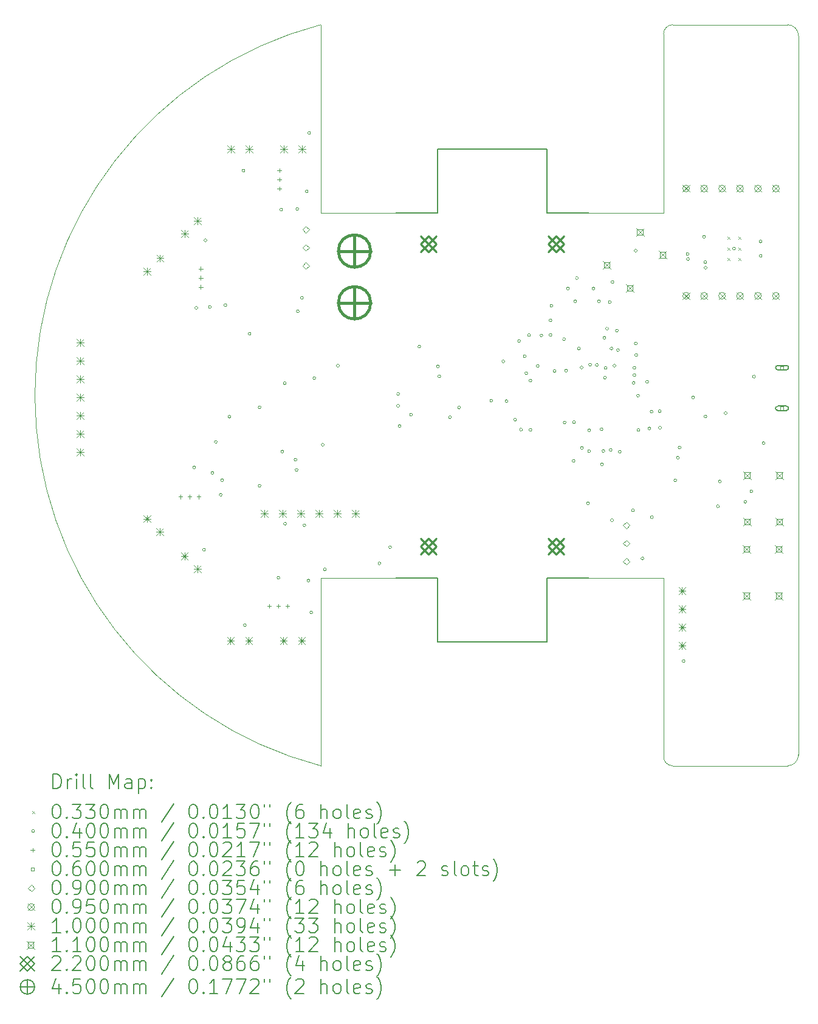
<source format=gbr>
%TF.GenerationSoftware,KiCad,Pcbnew,(6.0.7)*%
%TF.CreationDate,2022-12-26T23:07:23-05:00*%
%TF.ProjectId,Micromouse-kicad,4d696372-6f6d-46f7-9573-652d6b696361,rev?*%
%TF.SameCoordinates,Original*%
%TF.FileFunction,Drillmap*%
%TF.FilePolarity,Positive*%
%FSLAX45Y45*%
G04 Gerber Fmt 4.5, Leading zero omitted, Abs format (unit mm)*
G04 Created by KiCad (PCBNEW (6.0.7)) date 2022-12-26 23:07:23*
%MOMM*%
%LPD*%
G01*
G04 APERTURE LIST*
%ADD10C,0.200000*%
%ADD11C,0.100000*%
%ADD12C,0.033000*%
%ADD13C,0.040000*%
%ADD14C,0.055000*%
%ADD15C,0.060000*%
%ADD16C,0.090000*%
%ADD17C,0.095000*%
%ADD18C,0.110000*%
%ADD19C,0.220000*%
%ADD20C,0.450000*%
G04 APERTURE END LIST*
D10*
X16611600Y-12801600D02*
X16027400Y-12801600D01*
X16027400Y-6832600D02*
X14503400Y-6832600D01*
D11*
X12877800Y-7721600D02*
X13919200Y-7721600D01*
X19380200Y-15417800D02*
G75*
G03*
X19532600Y-15265400I0J152400D01*
G01*
X17653000Y-5232400D02*
X17653000Y-7721600D01*
D10*
X16027400Y-12801600D02*
X16027400Y-13690600D01*
D11*
X12877800Y-5105400D02*
G75*
G03*
X12877800Y-15417800I1346202J-5156200D01*
G01*
X17780000Y-5105400D02*
X19380200Y-5105400D01*
X17653000Y-12801600D02*
X17653000Y-15290800D01*
X17653000Y-15290800D02*
G75*
G03*
X17780000Y-15417800I127000J0D01*
G01*
X16611600Y-12801600D02*
X17653000Y-12801600D01*
D10*
X14503400Y-7721600D02*
X13919200Y-7721600D01*
X14503400Y-12801600D02*
X13919200Y-12801600D01*
D11*
X17780000Y-15417800D02*
X19380200Y-15417800D01*
X12877800Y-15417800D02*
X12877800Y-12801600D01*
X17780000Y-5105400D02*
G75*
G03*
X17653000Y-5232400I0J-127000D01*
G01*
D10*
X16611600Y-7721600D02*
X16027400Y-7721600D01*
D11*
X19532600Y-5257800D02*
G75*
G03*
X19380200Y-5105400I-152400J0D01*
G01*
D10*
X16027400Y-13690600D02*
X14503400Y-13690600D01*
X16027400Y-7721600D02*
X16027400Y-6832600D01*
X14503400Y-13690600D02*
X14503400Y-12801600D01*
D11*
X16611600Y-7721600D02*
X17653000Y-7721600D01*
X12877800Y-7721600D02*
X12877800Y-5105400D01*
D10*
X14503400Y-6832600D02*
X14503400Y-7721600D01*
D11*
X12877800Y-12801600D02*
X13919200Y-12801600D01*
X19532600Y-5257800D02*
X19532600Y-15265400D01*
D10*
D12*
X18542540Y-8054960D02*
X18575540Y-8087960D01*
X18575540Y-8054960D02*
X18542540Y-8087960D01*
X18542540Y-8204960D02*
X18575540Y-8237960D01*
X18575540Y-8204960D02*
X18542540Y-8237960D01*
X18542540Y-8354960D02*
X18575540Y-8387960D01*
X18575540Y-8354960D02*
X18542540Y-8387960D01*
X18692540Y-8054960D02*
X18725540Y-8087960D01*
X18725540Y-8054960D02*
X18692540Y-8087960D01*
X18692540Y-8204960D02*
X18725540Y-8237960D01*
X18725540Y-8204960D02*
X18692540Y-8237960D01*
X18692540Y-8354960D02*
X18725540Y-8387960D01*
X18725540Y-8354960D02*
X18692540Y-8387960D01*
D13*
X11133524Y-11266316D02*
G75*
G03*
X11133524Y-11266316I-20000J0D01*
G01*
X11162300Y-9045700D02*
G75*
G03*
X11162300Y-9045700I-20000J0D01*
G01*
X11270000Y-12410000D02*
G75*
G03*
X11270000Y-12410000I-20000J0D01*
G01*
X11290000Y-8105000D02*
G75*
G03*
X11290000Y-8105000I-20000J0D01*
G01*
X11352800Y-9033000D02*
G75*
G03*
X11352800Y-9033000I-20000J0D01*
G01*
X11387524Y-11342516D02*
G75*
G03*
X11387524Y-11342516I-20000J0D01*
G01*
X11435000Y-10910000D02*
G75*
G03*
X11435000Y-10910000I-20000J0D01*
G01*
X11503094Y-11646046D02*
G75*
G03*
X11503094Y-11646046I-20000J0D01*
G01*
X11523414Y-11442846D02*
G75*
G03*
X11523414Y-11442846I-20000J0D01*
G01*
X11568700Y-9007600D02*
G75*
G03*
X11568700Y-9007600I-20000J0D01*
G01*
X11625000Y-10560000D02*
G75*
G03*
X11625000Y-10560000I-20000J0D01*
G01*
X11820000Y-7135000D02*
G75*
G03*
X11820000Y-7135000I-20000J0D01*
G01*
X11840000Y-13460000D02*
G75*
G03*
X11840000Y-13460000I-20000J0D01*
G01*
X11905000Y-9405000D02*
G75*
G03*
X11905000Y-9405000I-20000J0D01*
G01*
X12044360Y-10429240D02*
G75*
G03*
X12044360Y-10429240I-20000J0D01*
G01*
X12044360Y-11521440D02*
G75*
G03*
X12044360Y-11521440I-20000J0D01*
G01*
X12306650Y-12801000D02*
G75*
G03*
X12306650Y-12801000I-20000J0D01*
G01*
X12345400Y-7679100D02*
G75*
G03*
X12345400Y-7679100I-20000J0D01*
G01*
X12360000Y-11045000D02*
G75*
G03*
X12360000Y-11045000I-20000J0D01*
G01*
X12394880Y-10093960D02*
G75*
G03*
X12394880Y-10093960I-20000J0D01*
G01*
X12399960Y-12049760D02*
G75*
G03*
X12399960Y-12049760I-20000J0D01*
G01*
X12545000Y-11160000D02*
G75*
G03*
X12545000Y-11160000I-20000J0D01*
G01*
X12560000Y-11300000D02*
G75*
G03*
X12560000Y-11300000I-20000J0D01*
G01*
X12569127Y-7669173D02*
G75*
G03*
X12569127Y-7669173I-20000J0D01*
G01*
X12577760Y-9093200D02*
G75*
G03*
X12577760Y-9093200I-20000J0D01*
G01*
X12634070Y-8906070D02*
G75*
G03*
X12634070Y-8906070I-20000J0D01*
G01*
X12669200Y-12070080D02*
G75*
G03*
X12669200Y-12070080I-20000J0D01*
G01*
X12701000Y-7425100D02*
G75*
G03*
X12701000Y-7425100I-20000J0D01*
G01*
X12725750Y-12839100D02*
G75*
G03*
X12725750Y-12839100I-20000J0D01*
G01*
X12735000Y-6610000D02*
G75*
G03*
X12735000Y-6610000I-20000J0D01*
G01*
X12763850Y-13283600D02*
G75*
G03*
X12763850Y-13283600I-20000J0D01*
G01*
X12806360Y-10022840D02*
G75*
G03*
X12806360Y-10022840I-20000J0D01*
G01*
X12925700Y-10949900D02*
G75*
G03*
X12925700Y-10949900I-20000J0D01*
G01*
X12955000Y-12685000D02*
G75*
G03*
X12955000Y-12685000I-20000J0D01*
G01*
X13136560Y-9850120D02*
G75*
G03*
X13136560Y-9850120I-20000J0D01*
G01*
X13713902Y-12601098D02*
G75*
G03*
X13713902Y-12601098I-20000J0D01*
G01*
X13863000Y-12374880D02*
G75*
G03*
X13863000Y-12374880I-20000J0D01*
G01*
X13974760Y-10241280D02*
G75*
G03*
X13974760Y-10241280I-20000J0D01*
G01*
X13974760Y-10408920D02*
G75*
G03*
X13974760Y-10408920I-20000J0D01*
G01*
X13995000Y-10690000D02*
G75*
G03*
X13995000Y-10690000I-20000J0D01*
G01*
X14155000Y-10530000D02*
G75*
G03*
X14155000Y-10530000I-20000J0D01*
G01*
X14270000Y-9585000D02*
G75*
G03*
X14270000Y-9585000I-20000J0D01*
G01*
X14528480Y-9860280D02*
G75*
G03*
X14528480Y-9860280I-20000J0D01*
G01*
X14548800Y-9997440D02*
G75*
G03*
X14548800Y-9997440I-20000J0D01*
G01*
X14696120Y-10567810D02*
G75*
G03*
X14696120Y-10567810I-20000J0D01*
G01*
X14823120Y-10432910D02*
G75*
G03*
X14823120Y-10432910I-20000J0D01*
G01*
X15272700Y-10337800D02*
G75*
G03*
X15272700Y-10337800I-20000J0D01*
G01*
X15440000Y-9790000D02*
G75*
G03*
X15440000Y-9790000I-20000J0D01*
G01*
X15483520Y-10342880D02*
G75*
G03*
X15483520Y-10342880I-20000J0D01*
G01*
X15605440Y-10601960D02*
G75*
G03*
X15605440Y-10601960I-20000J0D01*
G01*
X15660000Y-9505000D02*
G75*
G03*
X15660000Y-9505000I-20000J0D01*
G01*
X15686720Y-10739120D02*
G75*
G03*
X15686720Y-10739120I-20000J0D01*
G01*
X15738045Y-9717550D02*
G75*
G03*
X15738045Y-9717550I-20000J0D01*
G01*
X15760000Y-9955000D02*
G75*
G03*
X15760000Y-9955000I-20000J0D01*
G01*
X15798480Y-9423400D02*
G75*
G03*
X15798480Y-9423400I-20000J0D01*
G01*
X15818800Y-10058400D02*
G75*
G03*
X15818800Y-10058400I-20000J0D01*
G01*
X15818800Y-10744200D02*
G75*
G03*
X15818800Y-10744200I-20000J0D01*
G01*
X15920000Y-9852450D02*
G75*
G03*
X15920000Y-9852450I-20000J0D01*
G01*
X15971200Y-9428480D02*
G75*
G03*
X15971200Y-9428480I-20000J0D01*
G01*
X16098200Y-9220200D02*
G75*
G03*
X16098200Y-9220200I-20000J0D01*
G01*
X16098200Y-9423400D02*
G75*
G03*
X16098200Y-9423400I-20000J0D01*
G01*
X16110900Y-9017000D02*
G75*
G03*
X16110900Y-9017000I-20000J0D01*
G01*
X16155000Y-9925000D02*
G75*
G03*
X16155000Y-9925000I-20000J0D01*
G01*
X16286160Y-9479280D02*
G75*
G03*
X16286160Y-9479280I-20000J0D01*
G01*
X16295000Y-10640000D02*
G75*
G03*
X16295000Y-10640000I-20000J0D01*
G01*
X16315000Y-9920000D02*
G75*
G03*
X16315000Y-9920000I-20000J0D01*
G01*
X16339500Y-8775700D02*
G75*
G03*
X16339500Y-8775700I-20000J0D01*
G01*
X16420000Y-11175000D02*
G75*
G03*
X16420000Y-11175000I-20000J0D01*
G01*
X16425000Y-10635000D02*
G75*
G03*
X16425000Y-10635000I-20000J0D01*
G01*
X16441100Y-8953500D02*
G75*
G03*
X16441100Y-8953500I-20000J0D01*
G01*
X16465000Y-8630000D02*
G75*
G03*
X16465000Y-8630000I-20000J0D01*
G01*
X16492563Y-9610258D02*
G75*
G03*
X16492563Y-9610258I-20000J0D01*
G01*
X16530000Y-9875000D02*
G75*
G03*
X16530000Y-9875000I-20000J0D01*
G01*
X16535584Y-10994416D02*
G75*
G03*
X16535584Y-10994416I-20000J0D01*
G01*
X16620000Y-11765000D02*
G75*
G03*
X16620000Y-11765000I-20000J0D01*
G01*
X16636680Y-10749280D02*
G75*
G03*
X16636680Y-10749280I-20000J0D01*
G01*
X16636680Y-11038840D02*
G75*
G03*
X16636680Y-11038840I-20000J0D01*
G01*
X16650000Y-9835000D02*
G75*
G03*
X16650000Y-9835000I-20000J0D01*
G01*
X16695100Y-8775700D02*
G75*
G03*
X16695100Y-8775700I-20000J0D01*
G01*
X16743360Y-9839960D02*
G75*
G03*
X16743360Y-9839960I-20000J0D01*
G01*
X16771300Y-8953500D02*
G75*
G03*
X16771300Y-8953500I-20000J0D01*
G01*
X16809400Y-10734040D02*
G75*
G03*
X16809400Y-10734040I-20000J0D01*
G01*
X16814480Y-11221720D02*
G75*
G03*
X16814480Y-11221720I-20000J0D01*
G01*
X16834800Y-11036550D02*
G75*
G03*
X16834800Y-11036550I-20000J0D01*
G01*
X16847500Y-9461500D02*
G75*
G03*
X16847500Y-9461500I-20000J0D01*
G01*
X16855120Y-10017760D02*
G75*
G03*
X16855120Y-10017760I-20000J0D01*
G01*
X16865280Y-9880600D02*
G75*
G03*
X16865280Y-9880600I-20000J0D01*
G01*
X16885600Y-9334500D02*
G75*
G03*
X16885600Y-9334500I-20000J0D01*
G01*
X16923700Y-8966200D02*
G75*
G03*
X16923700Y-8966200I-20000J0D01*
G01*
X16936400Y-11023600D02*
G75*
G03*
X16936400Y-11023600I-20000J0D01*
G01*
X16946560Y-9611360D02*
G75*
G03*
X16946560Y-9611360I-20000J0D01*
G01*
X16955000Y-12000000D02*
G75*
G03*
X16955000Y-12000000I-20000J0D01*
G01*
X16961800Y-8686800D02*
G75*
G03*
X16961800Y-8686800I-20000J0D01*
G01*
X16987200Y-9850120D02*
G75*
G03*
X16987200Y-9850120I-20000J0D01*
G01*
X17022760Y-9362440D02*
G75*
G03*
X17022760Y-9362440I-20000J0D01*
G01*
X17038000Y-9631680D02*
G75*
G03*
X17038000Y-9631680I-20000J0D01*
G01*
X17063400Y-11049000D02*
G75*
G03*
X17063400Y-11049000I-20000J0D01*
G01*
X17246280Y-11861800D02*
G75*
G03*
X17246280Y-11861800I-20000J0D01*
G01*
X17256440Y-10088880D02*
G75*
G03*
X17256440Y-10088880I-20000J0D01*
G01*
X17266600Y-9880600D02*
G75*
G03*
X17266600Y-9880600I-20000J0D01*
G01*
X17266600Y-9982200D02*
G75*
G03*
X17266600Y-9982200I-20000J0D01*
G01*
X17285000Y-8250000D02*
G75*
G03*
X17285000Y-8250000I-20000J0D01*
G01*
X17286920Y-9540240D02*
G75*
G03*
X17286920Y-9540240I-20000J0D01*
G01*
X17292000Y-9702800D02*
G75*
G03*
X17292000Y-9702800I-20000J0D01*
G01*
X17317400Y-10266680D02*
G75*
G03*
X17317400Y-10266680I-20000J0D01*
G01*
X17322480Y-10744200D02*
G75*
G03*
X17322480Y-10744200I-20000J0D01*
G01*
X17378360Y-12532360D02*
G75*
G03*
X17378360Y-12532360I-20000J0D01*
G01*
X17444400Y-10073640D02*
G75*
G03*
X17444400Y-10073640I-20000J0D01*
G01*
X17474880Y-10723880D02*
G75*
G03*
X17474880Y-10723880I-20000J0D01*
G01*
X17505360Y-10490200D02*
G75*
G03*
X17505360Y-10490200I-20000J0D01*
G01*
X17510440Y-11958320D02*
G75*
G03*
X17510440Y-11958320I-20000J0D01*
G01*
X17619007Y-10481927D02*
G75*
G03*
X17619007Y-10481927I-20000J0D01*
G01*
X17622200Y-10713720D02*
G75*
G03*
X17622200Y-10713720I-20000J0D01*
G01*
X17835560Y-11445240D02*
G75*
G03*
X17835560Y-11445240I-20000J0D01*
G01*
X17871120Y-11130280D02*
G75*
G03*
X17871120Y-11130280I-20000J0D01*
G01*
X17896520Y-10988040D02*
G75*
G03*
X17896520Y-10988040I-20000J0D01*
G01*
X17952400Y-13959840D02*
G75*
G03*
X17952400Y-13959840I-20000J0D01*
G01*
X18008280Y-8295640D02*
G75*
G03*
X18008280Y-8295640I-20000J0D01*
G01*
X18013360Y-8366760D02*
G75*
G03*
X18013360Y-8366760I-20000J0D01*
G01*
X18084480Y-10292080D02*
G75*
G03*
X18084480Y-10292080I-20000J0D01*
G01*
X18236880Y-8056880D02*
G75*
G03*
X18236880Y-8056880I-20000J0D01*
G01*
X18253099Y-8408379D02*
G75*
G03*
X18253099Y-8408379I-20000J0D01*
G01*
X18257200Y-8487190D02*
G75*
G03*
X18257200Y-8487190I-20000J0D01*
G01*
X18257200Y-10556240D02*
G75*
G03*
X18257200Y-10556240I-20000J0D01*
G01*
X18429920Y-11805920D02*
G75*
G03*
X18429920Y-11805920I-20000J0D01*
G01*
X18455320Y-11460480D02*
G75*
G03*
X18455320Y-11460480I-20000J0D01*
G01*
X18536600Y-10510520D02*
G75*
G03*
X18536600Y-10510520I-20000J0D01*
G01*
X18654040Y-8221460D02*
G75*
G03*
X18654040Y-8221460I-20000J0D01*
G01*
X18810920Y-11744960D02*
G75*
G03*
X18810920Y-11744960I-20000J0D01*
G01*
X18897280Y-11597640D02*
G75*
G03*
X18897280Y-11597640I-20000J0D01*
G01*
X18932840Y-10002520D02*
G75*
G03*
X18932840Y-10002520I-20000J0D01*
G01*
X19024280Y-8121410D02*
G75*
G03*
X19024280Y-8121410I-20000J0D01*
G01*
X19025071Y-8321510D02*
G75*
G03*
X19025071Y-8321510I-20000J0D01*
G01*
X19064920Y-10927080D02*
G75*
G03*
X19064920Y-10927080I-20000J0D01*
G01*
D14*
X10923024Y-11645816D02*
X10923024Y-11700816D01*
X10895524Y-11673316D02*
X10950524Y-11673316D01*
X11050024Y-11645816D02*
X11050024Y-11700816D01*
X11022524Y-11673316D02*
X11077524Y-11673316D01*
X11177024Y-11645816D02*
X11177024Y-11700816D01*
X11149524Y-11673316D02*
X11204524Y-11673316D01*
X11205200Y-8472100D02*
X11205200Y-8527100D01*
X11177700Y-8499600D02*
X11232700Y-8499600D01*
X11205200Y-8599100D02*
X11205200Y-8654100D01*
X11177700Y-8626600D02*
X11232700Y-8626600D01*
X11205200Y-8726100D02*
X11205200Y-8781100D01*
X11177700Y-8753600D02*
X11232700Y-8753600D01*
X12159650Y-13167800D02*
X12159650Y-13222800D01*
X12132150Y-13195300D02*
X12187150Y-13195300D01*
X12286650Y-13167800D02*
X12286650Y-13222800D01*
X12259150Y-13195300D02*
X12314150Y-13195300D01*
X12300000Y-7105500D02*
X12300000Y-7160500D01*
X12272500Y-7133000D02*
X12327500Y-7133000D01*
X12300000Y-7232500D02*
X12300000Y-7287500D01*
X12272500Y-7260000D02*
X12327500Y-7260000D01*
X12300000Y-7359500D02*
X12300000Y-7414500D01*
X12272500Y-7387000D02*
X12327500Y-7387000D01*
X12413650Y-13167800D02*
X12413650Y-13222800D01*
X12386150Y-13195300D02*
X12441150Y-13195300D01*
D15*
X19325313Y-9898713D02*
X19325313Y-9856287D01*
X19282887Y-9856287D01*
X19282887Y-9898713D01*
X19325313Y-9898713D01*
D10*
X19244100Y-9907500D02*
X19364100Y-9907500D01*
X19244100Y-9847500D02*
X19364100Y-9847500D01*
X19364100Y-9907500D02*
G75*
G03*
X19364100Y-9847500I0J30000D01*
G01*
X19244100Y-9847500D02*
G75*
G03*
X19244100Y-9907500I0J-30000D01*
G01*
D15*
X19325313Y-10463713D02*
X19325313Y-10421287D01*
X19282887Y-10421287D01*
X19282887Y-10463713D01*
X19325313Y-10463713D01*
D10*
X19244100Y-10472500D02*
X19364100Y-10472500D01*
X19244100Y-10412500D02*
X19364100Y-10412500D01*
X19364100Y-10472500D02*
G75*
G03*
X19364100Y-10412500I0J30000D01*
G01*
X19244100Y-10412500D02*
G75*
G03*
X19244100Y-10472500I0J-30000D01*
G01*
D16*
X12669520Y-8002440D02*
X12714520Y-7957440D01*
X12669520Y-7912440D01*
X12624520Y-7957440D01*
X12669520Y-8002440D01*
X12669520Y-8252440D02*
X12714520Y-8207440D01*
X12669520Y-8162440D01*
X12624520Y-8207440D01*
X12669520Y-8252440D01*
X12669520Y-8502440D02*
X12714520Y-8457440D01*
X12669520Y-8412440D01*
X12624520Y-8457440D01*
X12669520Y-8502440D01*
X17134840Y-12117240D02*
X17179840Y-12072240D01*
X17134840Y-12027240D01*
X17089840Y-12072240D01*
X17134840Y-12117240D01*
X17134840Y-12367240D02*
X17179840Y-12322240D01*
X17134840Y-12277240D01*
X17089840Y-12322240D01*
X17134840Y-12367240D01*
X17134840Y-12617240D02*
X17179840Y-12572240D01*
X17134840Y-12527240D01*
X17089840Y-12572240D01*
X17134840Y-12617240D01*
D17*
X17920300Y-7337120D02*
X18015300Y-7432120D01*
X18015300Y-7337120D02*
X17920300Y-7432120D01*
X18015300Y-7384620D02*
G75*
G03*
X18015300Y-7384620I-47500J0D01*
G01*
X17920300Y-8830640D02*
X18015300Y-8925640D01*
X18015300Y-8830640D02*
X17920300Y-8925640D01*
X18015300Y-8878140D02*
G75*
G03*
X18015300Y-8878140I-47500J0D01*
G01*
X18170300Y-7337120D02*
X18265300Y-7432120D01*
X18265300Y-7337120D02*
X18170300Y-7432120D01*
X18265300Y-7384620D02*
G75*
G03*
X18265300Y-7384620I-47500J0D01*
G01*
X18170300Y-8830640D02*
X18265300Y-8925640D01*
X18265300Y-8830640D02*
X18170300Y-8925640D01*
X18265300Y-8878140D02*
G75*
G03*
X18265300Y-8878140I-47500J0D01*
G01*
X18420300Y-7337120D02*
X18515300Y-7432120D01*
X18515300Y-7337120D02*
X18420300Y-7432120D01*
X18515300Y-7384620D02*
G75*
G03*
X18515300Y-7384620I-47500J0D01*
G01*
X18420300Y-8830640D02*
X18515300Y-8925640D01*
X18515300Y-8830640D02*
X18420300Y-8925640D01*
X18515300Y-8878140D02*
G75*
G03*
X18515300Y-8878140I-47500J0D01*
G01*
X18670300Y-7337120D02*
X18765300Y-7432120D01*
X18765300Y-7337120D02*
X18670300Y-7432120D01*
X18765300Y-7384620D02*
G75*
G03*
X18765300Y-7384620I-47500J0D01*
G01*
X18670300Y-8830640D02*
X18765300Y-8925640D01*
X18765300Y-8830640D02*
X18670300Y-8925640D01*
X18765300Y-8878140D02*
G75*
G03*
X18765300Y-8878140I-47500J0D01*
G01*
X18920300Y-7337120D02*
X19015300Y-7432120D01*
X19015300Y-7337120D02*
X18920300Y-7432120D01*
X19015300Y-7384620D02*
G75*
G03*
X19015300Y-7384620I-47500J0D01*
G01*
X18920300Y-8830640D02*
X19015300Y-8925640D01*
X19015300Y-8830640D02*
X18920300Y-8925640D01*
X19015300Y-8878140D02*
G75*
G03*
X19015300Y-8878140I-47500J0D01*
G01*
X19170300Y-7337120D02*
X19265300Y-7432120D01*
X19265300Y-7337120D02*
X19170300Y-7432120D01*
X19265300Y-7384620D02*
G75*
G03*
X19265300Y-7384620I-47500J0D01*
G01*
X19170300Y-8830640D02*
X19265300Y-8925640D01*
X19265300Y-8830640D02*
X19170300Y-8925640D01*
X19265300Y-8878140D02*
G75*
G03*
X19265300Y-8878140I-47500J0D01*
G01*
D11*
X9477500Y-9477000D02*
X9577500Y-9577000D01*
X9577500Y-9477000D02*
X9477500Y-9577000D01*
X9527500Y-9477000D02*
X9527500Y-9577000D01*
X9477500Y-9527000D02*
X9577500Y-9527000D01*
X9477500Y-9731000D02*
X9577500Y-9831000D01*
X9577500Y-9731000D02*
X9477500Y-9831000D01*
X9527500Y-9731000D02*
X9527500Y-9831000D01*
X9477500Y-9781000D02*
X9577500Y-9781000D01*
X9477500Y-9985000D02*
X9577500Y-10085000D01*
X9577500Y-9985000D02*
X9477500Y-10085000D01*
X9527500Y-9985000D02*
X9527500Y-10085000D01*
X9477500Y-10035000D02*
X9577500Y-10035000D01*
X9477500Y-10239000D02*
X9577500Y-10339000D01*
X9577500Y-10239000D02*
X9477500Y-10339000D01*
X9527500Y-10239000D02*
X9527500Y-10339000D01*
X9477500Y-10289000D02*
X9577500Y-10289000D01*
X9477500Y-10493000D02*
X9577500Y-10593000D01*
X9577500Y-10493000D02*
X9477500Y-10593000D01*
X9527500Y-10493000D02*
X9527500Y-10593000D01*
X9477500Y-10543000D02*
X9577500Y-10543000D01*
X9477500Y-10747000D02*
X9577500Y-10847000D01*
X9577500Y-10747000D02*
X9477500Y-10847000D01*
X9527500Y-10747000D02*
X9527500Y-10847000D01*
X9477500Y-10797000D02*
X9577500Y-10797000D01*
X9477500Y-11001000D02*
X9577500Y-11101000D01*
X9577500Y-11001000D02*
X9477500Y-11101000D01*
X9527500Y-11001000D02*
X9527500Y-11101000D01*
X9477500Y-11051000D02*
X9577500Y-11051000D01*
X10407303Y-11929480D02*
X10507303Y-12029480D01*
X10507303Y-11929480D02*
X10407303Y-12029480D01*
X10457303Y-11929480D02*
X10457303Y-12029480D01*
X10407303Y-11979480D02*
X10507303Y-11979480D01*
X10409460Y-8485058D02*
X10509460Y-8585058D01*
X10509460Y-8485058D02*
X10409460Y-8585058D01*
X10459460Y-8485058D02*
X10459460Y-8585058D01*
X10409460Y-8535058D02*
X10509460Y-8535058D01*
X10586908Y-12109085D02*
X10686908Y-12209085D01*
X10686908Y-12109085D02*
X10586908Y-12209085D01*
X10636908Y-12109085D02*
X10636908Y-12209085D01*
X10586908Y-12159085D02*
X10686908Y-12159085D01*
X10589065Y-8305452D02*
X10689065Y-8405452D01*
X10689065Y-8305452D02*
X10589065Y-8405452D01*
X10639065Y-8305452D02*
X10639065Y-8405452D01*
X10589065Y-8355452D02*
X10689065Y-8355452D01*
X10928158Y-12450335D02*
X11028158Y-12550335D01*
X11028158Y-12450335D02*
X10928158Y-12550335D01*
X10978158Y-12450335D02*
X10978158Y-12550335D01*
X10928158Y-12500335D02*
X11028158Y-12500335D01*
X10930315Y-7964203D02*
X11030315Y-8064203D01*
X11030315Y-7964203D02*
X10930315Y-8064203D01*
X10980315Y-7964203D02*
X10980315Y-8064203D01*
X10930315Y-8014203D02*
X11030315Y-8014203D01*
X11107763Y-12629940D02*
X11207763Y-12729940D01*
X11207763Y-12629940D02*
X11107763Y-12729940D01*
X11157763Y-12629940D02*
X11157763Y-12729940D01*
X11107763Y-12679940D02*
X11207763Y-12679940D01*
X11109920Y-7784597D02*
X11209920Y-7884597D01*
X11209920Y-7784597D02*
X11109920Y-7884597D01*
X11159920Y-7784597D02*
X11159920Y-7884597D01*
X11109920Y-7834597D02*
X11209920Y-7834597D01*
X11571090Y-13625490D02*
X11671090Y-13725490D01*
X11671090Y-13625490D02*
X11571090Y-13725490D01*
X11621090Y-13625490D02*
X11621090Y-13725490D01*
X11571090Y-13675490D02*
X11671090Y-13675490D01*
X11573950Y-6788750D02*
X11673950Y-6888750D01*
X11673950Y-6788750D02*
X11573950Y-6888750D01*
X11623950Y-6788750D02*
X11623950Y-6888750D01*
X11573950Y-6838750D02*
X11673950Y-6838750D01*
X11825090Y-13625490D02*
X11925090Y-13725490D01*
X11925090Y-13625490D02*
X11825090Y-13725490D01*
X11875090Y-13625490D02*
X11875090Y-13725490D01*
X11825090Y-13675490D02*
X11925090Y-13675490D01*
X11827950Y-6788750D02*
X11927950Y-6888750D01*
X11927950Y-6788750D02*
X11827950Y-6888750D01*
X11877950Y-6788750D02*
X11877950Y-6888750D01*
X11827950Y-6838750D02*
X11927950Y-6838750D01*
X12042900Y-11860100D02*
X12142900Y-11960100D01*
X12142900Y-11860100D02*
X12042900Y-11960100D01*
X12092900Y-11860100D02*
X12092900Y-11960100D01*
X12042900Y-11910100D02*
X12142900Y-11910100D01*
X12296900Y-11860100D02*
X12396900Y-11960100D01*
X12396900Y-11860100D02*
X12296900Y-11960100D01*
X12346900Y-11860100D02*
X12346900Y-11960100D01*
X12296900Y-11910100D02*
X12396900Y-11910100D01*
X12307690Y-13625490D02*
X12407690Y-13725490D01*
X12407690Y-13625490D02*
X12307690Y-13725490D01*
X12357690Y-13625490D02*
X12357690Y-13725490D01*
X12307690Y-13675490D02*
X12407690Y-13675490D01*
X12310550Y-6788750D02*
X12410550Y-6888750D01*
X12410550Y-6788750D02*
X12310550Y-6888750D01*
X12360550Y-6788750D02*
X12360550Y-6888750D01*
X12310550Y-6838750D02*
X12410550Y-6838750D01*
X12550900Y-11860100D02*
X12650900Y-11960100D01*
X12650900Y-11860100D02*
X12550900Y-11960100D01*
X12600900Y-11860100D02*
X12600900Y-11960100D01*
X12550900Y-11910100D02*
X12650900Y-11910100D01*
X12561690Y-13625490D02*
X12661690Y-13725490D01*
X12661690Y-13625490D02*
X12561690Y-13725490D01*
X12611690Y-13625490D02*
X12611690Y-13725490D01*
X12561690Y-13675490D02*
X12661690Y-13675490D01*
X12564550Y-6788750D02*
X12664550Y-6888750D01*
X12664550Y-6788750D02*
X12564550Y-6888750D01*
X12614550Y-6788750D02*
X12614550Y-6888750D01*
X12564550Y-6838750D02*
X12664550Y-6838750D01*
X12804900Y-11860100D02*
X12904900Y-11960100D01*
X12904900Y-11860100D02*
X12804900Y-11960100D01*
X12854900Y-11860100D02*
X12854900Y-11960100D01*
X12804900Y-11910100D02*
X12904900Y-11910100D01*
X13058900Y-11860100D02*
X13158900Y-11960100D01*
X13158900Y-11860100D02*
X13058900Y-11960100D01*
X13108900Y-11860100D02*
X13108900Y-11960100D01*
X13058900Y-11910100D02*
X13158900Y-11910100D01*
X13312900Y-11860100D02*
X13412900Y-11960100D01*
X13412900Y-11860100D02*
X13312900Y-11960100D01*
X13362900Y-11860100D02*
X13362900Y-11960100D01*
X13312900Y-11910100D02*
X13412900Y-11910100D01*
X17862080Y-12929400D02*
X17962080Y-13029400D01*
X17962080Y-12929400D02*
X17862080Y-13029400D01*
X17912080Y-12929400D02*
X17912080Y-13029400D01*
X17862080Y-12979400D02*
X17962080Y-12979400D01*
X17862080Y-13183400D02*
X17962080Y-13283400D01*
X17962080Y-13183400D02*
X17862080Y-13283400D01*
X17912080Y-13183400D02*
X17912080Y-13283400D01*
X17862080Y-13233400D02*
X17962080Y-13233400D01*
X17862080Y-13437400D02*
X17962080Y-13537400D01*
X17962080Y-13437400D02*
X17862080Y-13537400D01*
X17912080Y-13437400D02*
X17912080Y-13537400D01*
X17862080Y-13487400D02*
X17962080Y-13487400D01*
X17862080Y-13691400D02*
X17962080Y-13791400D01*
X17962080Y-13691400D02*
X17862080Y-13791400D01*
X17912080Y-13691400D02*
X17912080Y-13791400D01*
X17862080Y-13741400D02*
X17962080Y-13741400D01*
D18*
X16810000Y-8395000D02*
X16920000Y-8505000D01*
X16920000Y-8395000D02*
X16810000Y-8505000D01*
X16903891Y-8488891D02*
X16903891Y-8411109D01*
X16826109Y-8411109D01*
X16826109Y-8488891D01*
X16903891Y-8488891D01*
X17128198Y-8713198D02*
X17238198Y-8823198D01*
X17238198Y-8713198D02*
X17128198Y-8823198D01*
X17222089Y-8807089D02*
X17222089Y-8729307D01*
X17144307Y-8729307D01*
X17144307Y-8807089D01*
X17222089Y-8807089D01*
X17269619Y-7935381D02*
X17379619Y-8045381D01*
X17379619Y-7935381D02*
X17269619Y-8045381D01*
X17363511Y-8029272D02*
X17363511Y-7951489D01*
X17285728Y-7951489D01*
X17285728Y-8029272D01*
X17363511Y-8029272D01*
X17587818Y-8253579D02*
X17697818Y-8363579D01*
X17697818Y-8253579D02*
X17587818Y-8363579D01*
X17681709Y-8347470D02*
X17681709Y-8269687D01*
X17603926Y-8269687D01*
X17603926Y-8347470D01*
X17681709Y-8347470D01*
X18754760Y-12345400D02*
X18864760Y-12455400D01*
X18864760Y-12345400D02*
X18754760Y-12455400D01*
X18848651Y-12439291D02*
X18848651Y-12361509D01*
X18770869Y-12361509D01*
X18770869Y-12439291D01*
X18848651Y-12439291D01*
X18754760Y-12995400D02*
X18864760Y-13105400D01*
X18864760Y-12995400D02*
X18754760Y-13105400D01*
X18848651Y-13089291D02*
X18848651Y-13011509D01*
X18770869Y-13011509D01*
X18770869Y-13089291D01*
X18848651Y-13089291D01*
X18759840Y-11319240D02*
X18869840Y-11429240D01*
X18869840Y-11319240D02*
X18759840Y-11429240D01*
X18853731Y-11413131D02*
X18853731Y-11335349D01*
X18775949Y-11335349D01*
X18775949Y-11413131D01*
X18853731Y-11413131D01*
X18759840Y-11969240D02*
X18869840Y-12079240D01*
X18869840Y-11969240D02*
X18759840Y-12079240D01*
X18853731Y-12063131D02*
X18853731Y-11985349D01*
X18775949Y-11985349D01*
X18775949Y-12063131D01*
X18853731Y-12063131D01*
X19204760Y-12345400D02*
X19314760Y-12455400D01*
X19314760Y-12345400D02*
X19204760Y-12455400D01*
X19298651Y-12439291D02*
X19298651Y-12361509D01*
X19220869Y-12361509D01*
X19220869Y-12439291D01*
X19298651Y-12439291D01*
X19204760Y-12995400D02*
X19314760Y-13105400D01*
X19314760Y-12995400D02*
X19204760Y-13105400D01*
X19298651Y-13089291D02*
X19298651Y-13011509D01*
X19220869Y-13011509D01*
X19220869Y-13089291D01*
X19298651Y-13089291D01*
X19209840Y-11319240D02*
X19319840Y-11429240D01*
X19319840Y-11319240D02*
X19209840Y-11429240D01*
X19303731Y-11413131D02*
X19303731Y-11335349D01*
X19225949Y-11335349D01*
X19225949Y-11413131D01*
X19303731Y-11413131D01*
X19209840Y-11969240D02*
X19319840Y-12079240D01*
X19319840Y-11969240D02*
X19209840Y-12079240D01*
X19303731Y-12063131D02*
X19303731Y-11985349D01*
X19225949Y-11985349D01*
X19225949Y-12063131D01*
X19303731Y-12063131D01*
D19*
X14267400Y-8047100D02*
X14487400Y-8267100D01*
X14487400Y-8047100D02*
X14267400Y-8267100D01*
X14377400Y-8267100D02*
X14487400Y-8157100D01*
X14377400Y-8047100D01*
X14267400Y-8157100D01*
X14377400Y-8267100D01*
X14267400Y-12256100D02*
X14487400Y-12476100D01*
X14487400Y-12256100D02*
X14267400Y-12476100D01*
X14377400Y-12476100D02*
X14487400Y-12366100D01*
X14377400Y-12256100D01*
X14267400Y-12366100D01*
X14377400Y-12476100D01*
X16043400Y-8047100D02*
X16263400Y-8267100D01*
X16263400Y-8047100D02*
X16043400Y-8267100D01*
X16153400Y-8267100D02*
X16263400Y-8157100D01*
X16153400Y-8047100D01*
X16043400Y-8157100D01*
X16153400Y-8267100D01*
X16043400Y-12256100D02*
X16263400Y-12476100D01*
X16263400Y-12256100D02*
X16043400Y-12476100D01*
X16153400Y-12476100D02*
X16263400Y-12366100D01*
X16153400Y-12256100D01*
X16043400Y-12366100D01*
X16153400Y-12476100D01*
D20*
X13347700Y-8029950D02*
X13347700Y-8479950D01*
X13122700Y-8254950D02*
X13572700Y-8254950D01*
X13572700Y-8254950D02*
G75*
G03*
X13572700Y-8254950I-225000J0D01*
G01*
X13347700Y-8749950D02*
X13347700Y-9199950D01*
X13122700Y-8974950D02*
X13572700Y-8974950D01*
X13572700Y-8974950D02*
G75*
G03*
X13572700Y-8974950I-225000J0D01*
G01*
D10*
X9147582Y-15733276D02*
X9147582Y-15533276D01*
X9195201Y-15533276D01*
X9223772Y-15542800D01*
X9242820Y-15561848D01*
X9252344Y-15580895D01*
X9261868Y-15618990D01*
X9261868Y-15647562D01*
X9252344Y-15685657D01*
X9242820Y-15704705D01*
X9223772Y-15723752D01*
X9195201Y-15733276D01*
X9147582Y-15733276D01*
X9347582Y-15733276D02*
X9347582Y-15599943D01*
X9347582Y-15638038D02*
X9357106Y-15618990D01*
X9366629Y-15609467D01*
X9385677Y-15599943D01*
X9404725Y-15599943D01*
X9471391Y-15733276D02*
X9471391Y-15599943D01*
X9471391Y-15533276D02*
X9461868Y-15542800D01*
X9471391Y-15552324D01*
X9480915Y-15542800D01*
X9471391Y-15533276D01*
X9471391Y-15552324D01*
X9595201Y-15733276D02*
X9576153Y-15723752D01*
X9566629Y-15704705D01*
X9566629Y-15533276D01*
X9699963Y-15733276D02*
X9680915Y-15723752D01*
X9671391Y-15704705D01*
X9671391Y-15533276D01*
X9928534Y-15733276D02*
X9928534Y-15533276D01*
X9995201Y-15676133D01*
X10061868Y-15533276D01*
X10061868Y-15733276D01*
X10242820Y-15733276D02*
X10242820Y-15628514D01*
X10233296Y-15609467D01*
X10214249Y-15599943D01*
X10176153Y-15599943D01*
X10157106Y-15609467D01*
X10242820Y-15723752D02*
X10223772Y-15733276D01*
X10176153Y-15733276D01*
X10157106Y-15723752D01*
X10147582Y-15704705D01*
X10147582Y-15685657D01*
X10157106Y-15666609D01*
X10176153Y-15657086D01*
X10223772Y-15657086D01*
X10242820Y-15647562D01*
X10338058Y-15599943D02*
X10338058Y-15799943D01*
X10338058Y-15609467D02*
X10357106Y-15599943D01*
X10395201Y-15599943D01*
X10414249Y-15609467D01*
X10423772Y-15618990D01*
X10433296Y-15638038D01*
X10433296Y-15695181D01*
X10423772Y-15714228D01*
X10414249Y-15723752D01*
X10395201Y-15733276D01*
X10357106Y-15733276D01*
X10338058Y-15723752D01*
X10519010Y-15714228D02*
X10528534Y-15723752D01*
X10519010Y-15733276D01*
X10509487Y-15723752D01*
X10519010Y-15714228D01*
X10519010Y-15733276D01*
X10519010Y-15609467D02*
X10528534Y-15618990D01*
X10519010Y-15628514D01*
X10509487Y-15618990D01*
X10519010Y-15609467D01*
X10519010Y-15628514D01*
D12*
X8856963Y-16046300D02*
X8889963Y-16079300D01*
X8889963Y-16046300D02*
X8856963Y-16079300D01*
D10*
X9185677Y-15953276D02*
X9204725Y-15953276D01*
X9223772Y-15962800D01*
X9233296Y-15972324D01*
X9242820Y-15991371D01*
X9252344Y-16029467D01*
X9252344Y-16077086D01*
X9242820Y-16115181D01*
X9233296Y-16134228D01*
X9223772Y-16143752D01*
X9204725Y-16153276D01*
X9185677Y-16153276D01*
X9166629Y-16143752D01*
X9157106Y-16134228D01*
X9147582Y-16115181D01*
X9138058Y-16077086D01*
X9138058Y-16029467D01*
X9147582Y-15991371D01*
X9157106Y-15972324D01*
X9166629Y-15962800D01*
X9185677Y-15953276D01*
X9338058Y-16134228D02*
X9347582Y-16143752D01*
X9338058Y-16153276D01*
X9328534Y-16143752D01*
X9338058Y-16134228D01*
X9338058Y-16153276D01*
X9414249Y-15953276D02*
X9538058Y-15953276D01*
X9471391Y-16029467D01*
X9499963Y-16029467D01*
X9519010Y-16038990D01*
X9528534Y-16048514D01*
X9538058Y-16067562D01*
X9538058Y-16115181D01*
X9528534Y-16134228D01*
X9519010Y-16143752D01*
X9499963Y-16153276D01*
X9442820Y-16153276D01*
X9423772Y-16143752D01*
X9414249Y-16134228D01*
X9604725Y-15953276D02*
X9728534Y-15953276D01*
X9661868Y-16029467D01*
X9690439Y-16029467D01*
X9709487Y-16038990D01*
X9719010Y-16048514D01*
X9728534Y-16067562D01*
X9728534Y-16115181D01*
X9719010Y-16134228D01*
X9709487Y-16143752D01*
X9690439Y-16153276D01*
X9633296Y-16153276D01*
X9614249Y-16143752D01*
X9604725Y-16134228D01*
X9852344Y-15953276D02*
X9871391Y-15953276D01*
X9890439Y-15962800D01*
X9899963Y-15972324D01*
X9909487Y-15991371D01*
X9919010Y-16029467D01*
X9919010Y-16077086D01*
X9909487Y-16115181D01*
X9899963Y-16134228D01*
X9890439Y-16143752D01*
X9871391Y-16153276D01*
X9852344Y-16153276D01*
X9833296Y-16143752D01*
X9823772Y-16134228D01*
X9814249Y-16115181D01*
X9804725Y-16077086D01*
X9804725Y-16029467D01*
X9814249Y-15991371D01*
X9823772Y-15972324D01*
X9833296Y-15962800D01*
X9852344Y-15953276D01*
X10004725Y-16153276D02*
X10004725Y-16019943D01*
X10004725Y-16038990D02*
X10014249Y-16029467D01*
X10033296Y-16019943D01*
X10061868Y-16019943D01*
X10080915Y-16029467D01*
X10090439Y-16048514D01*
X10090439Y-16153276D01*
X10090439Y-16048514D02*
X10099963Y-16029467D01*
X10119010Y-16019943D01*
X10147582Y-16019943D01*
X10166629Y-16029467D01*
X10176153Y-16048514D01*
X10176153Y-16153276D01*
X10271391Y-16153276D02*
X10271391Y-16019943D01*
X10271391Y-16038990D02*
X10280915Y-16029467D01*
X10299963Y-16019943D01*
X10328534Y-16019943D01*
X10347582Y-16029467D01*
X10357106Y-16048514D01*
X10357106Y-16153276D01*
X10357106Y-16048514D02*
X10366629Y-16029467D01*
X10385677Y-16019943D01*
X10414249Y-16019943D01*
X10433296Y-16029467D01*
X10442820Y-16048514D01*
X10442820Y-16153276D01*
X10833296Y-15943752D02*
X10661868Y-16200895D01*
X11090439Y-15953276D02*
X11109487Y-15953276D01*
X11128534Y-15962800D01*
X11138058Y-15972324D01*
X11147582Y-15991371D01*
X11157106Y-16029467D01*
X11157106Y-16077086D01*
X11147582Y-16115181D01*
X11138058Y-16134228D01*
X11128534Y-16143752D01*
X11109487Y-16153276D01*
X11090439Y-16153276D01*
X11071391Y-16143752D01*
X11061868Y-16134228D01*
X11052344Y-16115181D01*
X11042820Y-16077086D01*
X11042820Y-16029467D01*
X11052344Y-15991371D01*
X11061868Y-15972324D01*
X11071391Y-15962800D01*
X11090439Y-15953276D01*
X11242820Y-16134228D02*
X11252344Y-16143752D01*
X11242820Y-16153276D01*
X11233296Y-16143752D01*
X11242820Y-16134228D01*
X11242820Y-16153276D01*
X11376153Y-15953276D02*
X11395201Y-15953276D01*
X11414248Y-15962800D01*
X11423772Y-15972324D01*
X11433296Y-15991371D01*
X11442820Y-16029467D01*
X11442820Y-16077086D01*
X11433296Y-16115181D01*
X11423772Y-16134228D01*
X11414248Y-16143752D01*
X11395201Y-16153276D01*
X11376153Y-16153276D01*
X11357106Y-16143752D01*
X11347582Y-16134228D01*
X11338058Y-16115181D01*
X11328534Y-16077086D01*
X11328534Y-16029467D01*
X11338058Y-15991371D01*
X11347582Y-15972324D01*
X11357106Y-15962800D01*
X11376153Y-15953276D01*
X11633296Y-16153276D02*
X11519010Y-16153276D01*
X11576153Y-16153276D02*
X11576153Y-15953276D01*
X11557106Y-15981848D01*
X11538058Y-16000895D01*
X11519010Y-16010419D01*
X11699963Y-15953276D02*
X11823772Y-15953276D01*
X11757106Y-16029467D01*
X11785677Y-16029467D01*
X11804725Y-16038990D01*
X11814248Y-16048514D01*
X11823772Y-16067562D01*
X11823772Y-16115181D01*
X11814248Y-16134228D01*
X11804725Y-16143752D01*
X11785677Y-16153276D01*
X11728534Y-16153276D01*
X11709487Y-16143752D01*
X11699963Y-16134228D01*
X11947582Y-15953276D02*
X11966629Y-15953276D01*
X11985677Y-15962800D01*
X11995201Y-15972324D01*
X12004725Y-15991371D01*
X12014248Y-16029467D01*
X12014248Y-16077086D01*
X12004725Y-16115181D01*
X11995201Y-16134228D01*
X11985677Y-16143752D01*
X11966629Y-16153276D01*
X11947582Y-16153276D01*
X11928534Y-16143752D01*
X11919010Y-16134228D01*
X11909487Y-16115181D01*
X11899963Y-16077086D01*
X11899963Y-16029467D01*
X11909487Y-15991371D01*
X11919010Y-15972324D01*
X11928534Y-15962800D01*
X11947582Y-15953276D01*
X12090439Y-15953276D02*
X12090439Y-15991371D01*
X12166629Y-15953276D02*
X12166629Y-15991371D01*
X12461867Y-16229467D02*
X12452344Y-16219943D01*
X12433296Y-16191371D01*
X12423772Y-16172324D01*
X12414248Y-16143752D01*
X12404725Y-16096133D01*
X12404725Y-16058038D01*
X12414248Y-16010419D01*
X12423772Y-15981848D01*
X12433296Y-15962800D01*
X12452344Y-15934228D01*
X12461867Y-15924705D01*
X12623772Y-15953276D02*
X12585677Y-15953276D01*
X12566629Y-15962800D01*
X12557106Y-15972324D01*
X12538058Y-16000895D01*
X12528534Y-16038990D01*
X12528534Y-16115181D01*
X12538058Y-16134228D01*
X12547582Y-16143752D01*
X12566629Y-16153276D01*
X12604725Y-16153276D01*
X12623772Y-16143752D01*
X12633296Y-16134228D01*
X12642820Y-16115181D01*
X12642820Y-16067562D01*
X12633296Y-16048514D01*
X12623772Y-16038990D01*
X12604725Y-16029467D01*
X12566629Y-16029467D01*
X12547582Y-16038990D01*
X12538058Y-16048514D01*
X12528534Y-16067562D01*
X12880915Y-16153276D02*
X12880915Y-15953276D01*
X12966629Y-16153276D02*
X12966629Y-16048514D01*
X12957106Y-16029467D01*
X12938058Y-16019943D01*
X12909487Y-16019943D01*
X12890439Y-16029467D01*
X12880915Y-16038990D01*
X13090439Y-16153276D02*
X13071391Y-16143752D01*
X13061867Y-16134228D01*
X13052344Y-16115181D01*
X13052344Y-16058038D01*
X13061867Y-16038990D01*
X13071391Y-16029467D01*
X13090439Y-16019943D01*
X13119010Y-16019943D01*
X13138058Y-16029467D01*
X13147582Y-16038990D01*
X13157106Y-16058038D01*
X13157106Y-16115181D01*
X13147582Y-16134228D01*
X13138058Y-16143752D01*
X13119010Y-16153276D01*
X13090439Y-16153276D01*
X13271391Y-16153276D02*
X13252344Y-16143752D01*
X13242820Y-16124705D01*
X13242820Y-15953276D01*
X13423772Y-16143752D02*
X13404725Y-16153276D01*
X13366629Y-16153276D01*
X13347582Y-16143752D01*
X13338058Y-16124705D01*
X13338058Y-16048514D01*
X13347582Y-16029467D01*
X13366629Y-16019943D01*
X13404725Y-16019943D01*
X13423772Y-16029467D01*
X13433296Y-16048514D01*
X13433296Y-16067562D01*
X13338058Y-16086609D01*
X13509487Y-16143752D02*
X13528534Y-16153276D01*
X13566629Y-16153276D01*
X13585677Y-16143752D01*
X13595201Y-16124705D01*
X13595201Y-16115181D01*
X13585677Y-16096133D01*
X13566629Y-16086609D01*
X13538058Y-16086609D01*
X13519010Y-16077086D01*
X13509487Y-16058038D01*
X13509487Y-16048514D01*
X13519010Y-16029467D01*
X13538058Y-16019943D01*
X13566629Y-16019943D01*
X13585677Y-16029467D01*
X13661867Y-16229467D02*
X13671391Y-16219943D01*
X13690439Y-16191371D01*
X13699963Y-16172324D01*
X13709487Y-16143752D01*
X13719010Y-16096133D01*
X13719010Y-16058038D01*
X13709487Y-16010419D01*
X13699963Y-15981848D01*
X13690439Y-15962800D01*
X13671391Y-15934228D01*
X13661867Y-15924705D01*
D13*
X8889963Y-16326800D02*
G75*
G03*
X8889963Y-16326800I-20000J0D01*
G01*
D10*
X9185677Y-16217276D02*
X9204725Y-16217276D01*
X9223772Y-16226800D01*
X9233296Y-16236324D01*
X9242820Y-16255371D01*
X9252344Y-16293467D01*
X9252344Y-16341086D01*
X9242820Y-16379181D01*
X9233296Y-16398228D01*
X9223772Y-16407752D01*
X9204725Y-16417276D01*
X9185677Y-16417276D01*
X9166629Y-16407752D01*
X9157106Y-16398228D01*
X9147582Y-16379181D01*
X9138058Y-16341086D01*
X9138058Y-16293467D01*
X9147582Y-16255371D01*
X9157106Y-16236324D01*
X9166629Y-16226800D01*
X9185677Y-16217276D01*
X9338058Y-16398228D02*
X9347582Y-16407752D01*
X9338058Y-16417276D01*
X9328534Y-16407752D01*
X9338058Y-16398228D01*
X9338058Y-16417276D01*
X9519010Y-16283943D02*
X9519010Y-16417276D01*
X9471391Y-16207752D02*
X9423772Y-16350609D01*
X9547582Y-16350609D01*
X9661868Y-16217276D02*
X9680915Y-16217276D01*
X9699963Y-16226800D01*
X9709487Y-16236324D01*
X9719010Y-16255371D01*
X9728534Y-16293467D01*
X9728534Y-16341086D01*
X9719010Y-16379181D01*
X9709487Y-16398228D01*
X9699963Y-16407752D01*
X9680915Y-16417276D01*
X9661868Y-16417276D01*
X9642820Y-16407752D01*
X9633296Y-16398228D01*
X9623772Y-16379181D01*
X9614249Y-16341086D01*
X9614249Y-16293467D01*
X9623772Y-16255371D01*
X9633296Y-16236324D01*
X9642820Y-16226800D01*
X9661868Y-16217276D01*
X9852344Y-16217276D02*
X9871391Y-16217276D01*
X9890439Y-16226800D01*
X9899963Y-16236324D01*
X9909487Y-16255371D01*
X9919010Y-16293467D01*
X9919010Y-16341086D01*
X9909487Y-16379181D01*
X9899963Y-16398228D01*
X9890439Y-16407752D01*
X9871391Y-16417276D01*
X9852344Y-16417276D01*
X9833296Y-16407752D01*
X9823772Y-16398228D01*
X9814249Y-16379181D01*
X9804725Y-16341086D01*
X9804725Y-16293467D01*
X9814249Y-16255371D01*
X9823772Y-16236324D01*
X9833296Y-16226800D01*
X9852344Y-16217276D01*
X10004725Y-16417276D02*
X10004725Y-16283943D01*
X10004725Y-16302990D02*
X10014249Y-16293467D01*
X10033296Y-16283943D01*
X10061868Y-16283943D01*
X10080915Y-16293467D01*
X10090439Y-16312514D01*
X10090439Y-16417276D01*
X10090439Y-16312514D02*
X10099963Y-16293467D01*
X10119010Y-16283943D01*
X10147582Y-16283943D01*
X10166629Y-16293467D01*
X10176153Y-16312514D01*
X10176153Y-16417276D01*
X10271391Y-16417276D02*
X10271391Y-16283943D01*
X10271391Y-16302990D02*
X10280915Y-16293467D01*
X10299963Y-16283943D01*
X10328534Y-16283943D01*
X10347582Y-16293467D01*
X10357106Y-16312514D01*
X10357106Y-16417276D01*
X10357106Y-16312514D02*
X10366629Y-16293467D01*
X10385677Y-16283943D01*
X10414249Y-16283943D01*
X10433296Y-16293467D01*
X10442820Y-16312514D01*
X10442820Y-16417276D01*
X10833296Y-16207752D02*
X10661868Y-16464895D01*
X11090439Y-16217276D02*
X11109487Y-16217276D01*
X11128534Y-16226800D01*
X11138058Y-16236324D01*
X11147582Y-16255371D01*
X11157106Y-16293467D01*
X11157106Y-16341086D01*
X11147582Y-16379181D01*
X11138058Y-16398228D01*
X11128534Y-16407752D01*
X11109487Y-16417276D01*
X11090439Y-16417276D01*
X11071391Y-16407752D01*
X11061868Y-16398228D01*
X11052344Y-16379181D01*
X11042820Y-16341086D01*
X11042820Y-16293467D01*
X11052344Y-16255371D01*
X11061868Y-16236324D01*
X11071391Y-16226800D01*
X11090439Y-16217276D01*
X11242820Y-16398228D02*
X11252344Y-16407752D01*
X11242820Y-16417276D01*
X11233296Y-16407752D01*
X11242820Y-16398228D01*
X11242820Y-16417276D01*
X11376153Y-16217276D02*
X11395201Y-16217276D01*
X11414248Y-16226800D01*
X11423772Y-16236324D01*
X11433296Y-16255371D01*
X11442820Y-16293467D01*
X11442820Y-16341086D01*
X11433296Y-16379181D01*
X11423772Y-16398228D01*
X11414248Y-16407752D01*
X11395201Y-16417276D01*
X11376153Y-16417276D01*
X11357106Y-16407752D01*
X11347582Y-16398228D01*
X11338058Y-16379181D01*
X11328534Y-16341086D01*
X11328534Y-16293467D01*
X11338058Y-16255371D01*
X11347582Y-16236324D01*
X11357106Y-16226800D01*
X11376153Y-16217276D01*
X11633296Y-16417276D02*
X11519010Y-16417276D01*
X11576153Y-16417276D02*
X11576153Y-16217276D01*
X11557106Y-16245848D01*
X11538058Y-16264895D01*
X11519010Y-16274419D01*
X11814248Y-16217276D02*
X11719010Y-16217276D01*
X11709487Y-16312514D01*
X11719010Y-16302990D01*
X11738058Y-16293467D01*
X11785677Y-16293467D01*
X11804725Y-16302990D01*
X11814248Y-16312514D01*
X11823772Y-16331562D01*
X11823772Y-16379181D01*
X11814248Y-16398228D01*
X11804725Y-16407752D01*
X11785677Y-16417276D01*
X11738058Y-16417276D01*
X11719010Y-16407752D01*
X11709487Y-16398228D01*
X11890439Y-16217276D02*
X12023772Y-16217276D01*
X11938058Y-16417276D01*
X12090439Y-16217276D02*
X12090439Y-16255371D01*
X12166629Y-16217276D02*
X12166629Y-16255371D01*
X12461867Y-16493467D02*
X12452344Y-16483943D01*
X12433296Y-16455371D01*
X12423772Y-16436324D01*
X12414248Y-16407752D01*
X12404725Y-16360133D01*
X12404725Y-16322038D01*
X12414248Y-16274419D01*
X12423772Y-16245848D01*
X12433296Y-16226800D01*
X12452344Y-16198228D01*
X12461867Y-16188705D01*
X12642820Y-16417276D02*
X12528534Y-16417276D01*
X12585677Y-16417276D02*
X12585677Y-16217276D01*
X12566629Y-16245848D01*
X12547582Y-16264895D01*
X12528534Y-16274419D01*
X12709487Y-16217276D02*
X12833296Y-16217276D01*
X12766629Y-16293467D01*
X12795201Y-16293467D01*
X12814248Y-16302990D01*
X12823772Y-16312514D01*
X12833296Y-16331562D01*
X12833296Y-16379181D01*
X12823772Y-16398228D01*
X12814248Y-16407752D01*
X12795201Y-16417276D01*
X12738058Y-16417276D01*
X12719010Y-16407752D01*
X12709487Y-16398228D01*
X13004725Y-16283943D02*
X13004725Y-16417276D01*
X12957106Y-16207752D02*
X12909487Y-16350609D01*
X13033296Y-16350609D01*
X13261867Y-16417276D02*
X13261867Y-16217276D01*
X13347582Y-16417276D02*
X13347582Y-16312514D01*
X13338058Y-16293467D01*
X13319010Y-16283943D01*
X13290439Y-16283943D01*
X13271391Y-16293467D01*
X13261867Y-16302990D01*
X13471391Y-16417276D02*
X13452344Y-16407752D01*
X13442820Y-16398228D01*
X13433296Y-16379181D01*
X13433296Y-16322038D01*
X13442820Y-16302990D01*
X13452344Y-16293467D01*
X13471391Y-16283943D01*
X13499963Y-16283943D01*
X13519010Y-16293467D01*
X13528534Y-16302990D01*
X13538058Y-16322038D01*
X13538058Y-16379181D01*
X13528534Y-16398228D01*
X13519010Y-16407752D01*
X13499963Y-16417276D01*
X13471391Y-16417276D01*
X13652344Y-16417276D02*
X13633296Y-16407752D01*
X13623772Y-16388705D01*
X13623772Y-16217276D01*
X13804725Y-16407752D02*
X13785677Y-16417276D01*
X13747582Y-16417276D01*
X13728534Y-16407752D01*
X13719010Y-16388705D01*
X13719010Y-16312514D01*
X13728534Y-16293467D01*
X13747582Y-16283943D01*
X13785677Y-16283943D01*
X13804725Y-16293467D01*
X13814248Y-16312514D01*
X13814248Y-16331562D01*
X13719010Y-16350609D01*
X13890439Y-16407752D02*
X13909487Y-16417276D01*
X13947582Y-16417276D01*
X13966629Y-16407752D01*
X13976153Y-16388705D01*
X13976153Y-16379181D01*
X13966629Y-16360133D01*
X13947582Y-16350609D01*
X13919010Y-16350609D01*
X13899963Y-16341086D01*
X13890439Y-16322038D01*
X13890439Y-16312514D01*
X13899963Y-16293467D01*
X13919010Y-16283943D01*
X13947582Y-16283943D01*
X13966629Y-16293467D01*
X14042820Y-16493467D02*
X14052344Y-16483943D01*
X14071391Y-16455371D01*
X14080915Y-16436324D01*
X14090439Y-16407752D01*
X14099963Y-16360133D01*
X14099963Y-16322038D01*
X14090439Y-16274419D01*
X14080915Y-16245848D01*
X14071391Y-16226800D01*
X14052344Y-16198228D01*
X14042820Y-16188705D01*
D14*
X8862463Y-16563300D02*
X8862463Y-16618300D01*
X8834963Y-16590800D02*
X8889963Y-16590800D01*
D10*
X9185677Y-16481276D02*
X9204725Y-16481276D01*
X9223772Y-16490800D01*
X9233296Y-16500324D01*
X9242820Y-16519371D01*
X9252344Y-16557467D01*
X9252344Y-16605086D01*
X9242820Y-16643181D01*
X9233296Y-16662228D01*
X9223772Y-16671752D01*
X9204725Y-16681276D01*
X9185677Y-16681276D01*
X9166629Y-16671752D01*
X9157106Y-16662228D01*
X9147582Y-16643181D01*
X9138058Y-16605086D01*
X9138058Y-16557467D01*
X9147582Y-16519371D01*
X9157106Y-16500324D01*
X9166629Y-16490800D01*
X9185677Y-16481276D01*
X9338058Y-16662228D02*
X9347582Y-16671752D01*
X9338058Y-16681276D01*
X9328534Y-16671752D01*
X9338058Y-16662228D01*
X9338058Y-16681276D01*
X9528534Y-16481276D02*
X9433296Y-16481276D01*
X9423772Y-16576514D01*
X9433296Y-16566990D01*
X9452344Y-16557467D01*
X9499963Y-16557467D01*
X9519010Y-16566990D01*
X9528534Y-16576514D01*
X9538058Y-16595562D01*
X9538058Y-16643181D01*
X9528534Y-16662228D01*
X9519010Y-16671752D01*
X9499963Y-16681276D01*
X9452344Y-16681276D01*
X9433296Y-16671752D01*
X9423772Y-16662228D01*
X9719010Y-16481276D02*
X9623772Y-16481276D01*
X9614249Y-16576514D01*
X9623772Y-16566990D01*
X9642820Y-16557467D01*
X9690439Y-16557467D01*
X9709487Y-16566990D01*
X9719010Y-16576514D01*
X9728534Y-16595562D01*
X9728534Y-16643181D01*
X9719010Y-16662228D01*
X9709487Y-16671752D01*
X9690439Y-16681276D01*
X9642820Y-16681276D01*
X9623772Y-16671752D01*
X9614249Y-16662228D01*
X9852344Y-16481276D02*
X9871391Y-16481276D01*
X9890439Y-16490800D01*
X9899963Y-16500324D01*
X9909487Y-16519371D01*
X9919010Y-16557467D01*
X9919010Y-16605086D01*
X9909487Y-16643181D01*
X9899963Y-16662228D01*
X9890439Y-16671752D01*
X9871391Y-16681276D01*
X9852344Y-16681276D01*
X9833296Y-16671752D01*
X9823772Y-16662228D01*
X9814249Y-16643181D01*
X9804725Y-16605086D01*
X9804725Y-16557467D01*
X9814249Y-16519371D01*
X9823772Y-16500324D01*
X9833296Y-16490800D01*
X9852344Y-16481276D01*
X10004725Y-16681276D02*
X10004725Y-16547943D01*
X10004725Y-16566990D02*
X10014249Y-16557467D01*
X10033296Y-16547943D01*
X10061868Y-16547943D01*
X10080915Y-16557467D01*
X10090439Y-16576514D01*
X10090439Y-16681276D01*
X10090439Y-16576514D02*
X10099963Y-16557467D01*
X10119010Y-16547943D01*
X10147582Y-16547943D01*
X10166629Y-16557467D01*
X10176153Y-16576514D01*
X10176153Y-16681276D01*
X10271391Y-16681276D02*
X10271391Y-16547943D01*
X10271391Y-16566990D02*
X10280915Y-16557467D01*
X10299963Y-16547943D01*
X10328534Y-16547943D01*
X10347582Y-16557467D01*
X10357106Y-16576514D01*
X10357106Y-16681276D01*
X10357106Y-16576514D02*
X10366629Y-16557467D01*
X10385677Y-16547943D01*
X10414249Y-16547943D01*
X10433296Y-16557467D01*
X10442820Y-16576514D01*
X10442820Y-16681276D01*
X10833296Y-16471752D02*
X10661868Y-16728895D01*
X11090439Y-16481276D02*
X11109487Y-16481276D01*
X11128534Y-16490800D01*
X11138058Y-16500324D01*
X11147582Y-16519371D01*
X11157106Y-16557467D01*
X11157106Y-16605086D01*
X11147582Y-16643181D01*
X11138058Y-16662228D01*
X11128534Y-16671752D01*
X11109487Y-16681276D01*
X11090439Y-16681276D01*
X11071391Y-16671752D01*
X11061868Y-16662228D01*
X11052344Y-16643181D01*
X11042820Y-16605086D01*
X11042820Y-16557467D01*
X11052344Y-16519371D01*
X11061868Y-16500324D01*
X11071391Y-16490800D01*
X11090439Y-16481276D01*
X11242820Y-16662228D02*
X11252344Y-16671752D01*
X11242820Y-16681276D01*
X11233296Y-16671752D01*
X11242820Y-16662228D01*
X11242820Y-16681276D01*
X11376153Y-16481276D02*
X11395201Y-16481276D01*
X11414248Y-16490800D01*
X11423772Y-16500324D01*
X11433296Y-16519371D01*
X11442820Y-16557467D01*
X11442820Y-16605086D01*
X11433296Y-16643181D01*
X11423772Y-16662228D01*
X11414248Y-16671752D01*
X11395201Y-16681276D01*
X11376153Y-16681276D01*
X11357106Y-16671752D01*
X11347582Y-16662228D01*
X11338058Y-16643181D01*
X11328534Y-16605086D01*
X11328534Y-16557467D01*
X11338058Y-16519371D01*
X11347582Y-16500324D01*
X11357106Y-16490800D01*
X11376153Y-16481276D01*
X11519010Y-16500324D02*
X11528534Y-16490800D01*
X11547582Y-16481276D01*
X11595201Y-16481276D01*
X11614248Y-16490800D01*
X11623772Y-16500324D01*
X11633296Y-16519371D01*
X11633296Y-16538419D01*
X11623772Y-16566990D01*
X11509487Y-16681276D01*
X11633296Y-16681276D01*
X11823772Y-16681276D02*
X11709487Y-16681276D01*
X11766629Y-16681276D02*
X11766629Y-16481276D01*
X11747582Y-16509848D01*
X11728534Y-16528895D01*
X11709487Y-16538419D01*
X11890439Y-16481276D02*
X12023772Y-16481276D01*
X11938058Y-16681276D01*
X12090439Y-16481276D02*
X12090439Y-16519371D01*
X12166629Y-16481276D02*
X12166629Y-16519371D01*
X12461867Y-16757467D02*
X12452344Y-16747943D01*
X12433296Y-16719371D01*
X12423772Y-16700324D01*
X12414248Y-16671752D01*
X12404725Y-16624133D01*
X12404725Y-16586038D01*
X12414248Y-16538419D01*
X12423772Y-16509848D01*
X12433296Y-16490800D01*
X12452344Y-16462228D01*
X12461867Y-16452705D01*
X12642820Y-16681276D02*
X12528534Y-16681276D01*
X12585677Y-16681276D02*
X12585677Y-16481276D01*
X12566629Y-16509848D01*
X12547582Y-16528895D01*
X12528534Y-16538419D01*
X12719010Y-16500324D02*
X12728534Y-16490800D01*
X12747582Y-16481276D01*
X12795201Y-16481276D01*
X12814248Y-16490800D01*
X12823772Y-16500324D01*
X12833296Y-16519371D01*
X12833296Y-16538419D01*
X12823772Y-16566990D01*
X12709487Y-16681276D01*
X12833296Y-16681276D01*
X13071391Y-16681276D02*
X13071391Y-16481276D01*
X13157106Y-16681276D02*
X13157106Y-16576514D01*
X13147582Y-16557467D01*
X13128534Y-16547943D01*
X13099963Y-16547943D01*
X13080915Y-16557467D01*
X13071391Y-16566990D01*
X13280915Y-16681276D02*
X13261867Y-16671752D01*
X13252344Y-16662228D01*
X13242820Y-16643181D01*
X13242820Y-16586038D01*
X13252344Y-16566990D01*
X13261867Y-16557467D01*
X13280915Y-16547943D01*
X13309487Y-16547943D01*
X13328534Y-16557467D01*
X13338058Y-16566990D01*
X13347582Y-16586038D01*
X13347582Y-16643181D01*
X13338058Y-16662228D01*
X13328534Y-16671752D01*
X13309487Y-16681276D01*
X13280915Y-16681276D01*
X13461867Y-16681276D02*
X13442820Y-16671752D01*
X13433296Y-16652705D01*
X13433296Y-16481276D01*
X13614248Y-16671752D02*
X13595201Y-16681276D01*
X13557106Y-16681276D01*
X13538058Y-16671752D01*
X13528534Y-16652705D01*
X13528534Y-16576514D01*
X13538058Y-16557467D01*
X13557106Y-16547943D01*
X13595201Y-16547943D01*
X13614248Y-16557467D01*
X13623772Y-16576514D01*
X13623772Y-16595562D01*
X13528534Y-16614609D01*
X13699963Y-16671752D02*
X13719010Y-16681276D01*
X13757106Y-16681276D01*
X13776153Y-16671752D01*
X13785677Y-16652705D01*
X13785677Y-16643181D01*
X13776153Y-16624133D01*
X13757106Y-16614609D01*
X13728534Y-16614609D01*
X13709487Y-16605086D01*
X13699963Y-16586038D01*
X13699963Y-16576514D01*
X13709487Y-16557467D01*
X13728534Y-16547943D01*
X13757106Y-16547943D01*
X13776153Y-16557467D01*
X13852344Y-16757467D02*
X13861867Y-16747943D01*
X13880915Y-16719371D01*
X13890439Y-16700324D01*
X13899963Y-16671752D01*
X13909487Y-16624133D01*
X13909487Y-16586038D01*
X13899963Y-16538419D01*
X13890439Y-16509848D01*
X13880915Y-16490800D01*
X13861867Y-16462228D01*
X13852344Y-16452705D01*
D15*
X8881176Y-16876013D02*
X8881176Y-16833587D01*
X8838749Y-16833587D01*
X8838749Y-16876013D01*
X8881176Y-16876013D01*
D10*
X9185677Y-16745276D02*
X9204725Y-16745276D01*
X9223772Y-16754800D01*
X9233296Y-16764324D01*
X9242820Y-16783371D01*
X9252344Y-16821467D01*
X9252344Y-16869086D01*
X9242820Y-16907181D01*
X9233296Y-16926229D01*
X9223772Y-16935752D01*
X9204725Y-16945276D01*
X9185677Y-16945276D01*
X9166629Y-16935752D01*
X9157106Y-16926229D01*
X9147582Y-16907181D01*
X9138058Y-16869086D01*
X9138058Y-16821467D01*
X9147582Y-16783371D01*
X9157106Y-16764324D01*
X9166629Y-16754800D01*
X9185677Y-16745276D01*
X9338058Y-16926229D02*
X9347582Y-16935752D01*
X9338058Y-16945276D01*
X9328534Y-16935752D01*
X9338058Y-16926229D01*
X9338058Y-16945276D01*
X9519010Y-16745276D02*
X9480915Y-16745276D01*
X9461868Y-16754800D01*
X9452344Y-16764324D01*
X9433296Y-16792895D01*
X9423772Y-16830990D01*
X9423772Y-16907181D01*
X9433296Y-16926229D01*
X9442820Y-16935752D01*
X9461868Y-16945276D01*
X9499963Y-16945276D01*
X9519010Y-16935752D01*
X9528534Y-16926229D01*
X9538058Y-16907181D01*
X9538058Y-16859562D01*
X9528534Y-16840514D01*
X9519010Y-16830990D01*
X9499963Y-16821467D01*
X9461868Y-16821467D01*
X9442820Y-16830990D01*
X9433296Y-16840514D01*
X9423772Y-16859562D01*
X9661868Y-16745276D02*
X9680915Y-16745276D01*
X9699963Y-16754800D01*
X9709487Y-16764324D01*
X9719010Y-16783371D01*
X9728534Y-16821467D01*
X9728534Y-16869086D01*
X9719010Y-16907181D01*
X9709487Y-16926229D01*
X9699963Y-16935752D01*
X9680915Y-16945276D01*
X9661868Y-16945276D01*
X9642820Y-16935752D01*
X9633296Y-16926229D01*
X9623772Y-16907181D01*
X9614249Y-16869086D01*
X9614249Y-16821467D01*
X9623772Y-16783371D01*
X9633296Y-16764324D01*
X9642820Y-16754800D01*
X9661868Y-16745276D01*
X9852344Y-16745276D02*
X9871391Y-16745276D01*
X9890439Y-16754800D01*
X9899963Y-16764324D01*
X9909487Y-16783371D01*
X9919010Y-16821467D01*
X9919010Y-16869086D01*
X9909487Y-16907181D01*
X9899963Y-16926229D01*
X9890439Y-16935752D01*
X9871391Y-16945276D01*
X9852344Y-16945276D01*
X9833296Y-16935752D01*
X9823772Y-16926229D01*
X9814249Y-16907181D01*
X9804725Y-16869086D01*
X9804725Y-16821467D01*
X9814249Y-16783371D01*
X9823772Y-16764324D01*
X9833296Y-16754800D01*
X9852344Y-16745276D01*
X10004725Y-16945276D02*
X10004725Y-16811943D01*
X10004725Y-16830990D02*
X10014249Y-16821467D01*
X10033296Y-16811943D01*
X10061868Y-16811943D01*
X10080915Y-16821467D01*
X10090439Y-16840514D01*
X10090439Y-16945276D01*
X10090439Y-16840514D02*
X10099963Y-16821467D01*
X10119010Y-16811943D01*
X10147582Y-16811943D01*
X10166629Y-16821467D01*
X10176153Y-16840514D01*
X10176153Y-16945276D01*
X10271391Y-16945276D02*
X10271391Y-16811943D01*
X10271391Y-16830990D02*
X10280915Y-16821467D01*
X10299963Y-16811943D01*
X10328534Y-16811943D01*
X10347582Y-16821467D01*
X10357106Y-16840514D01*
X10357106Y-16945276D01*
X10357106Y-16840514D02*
X10366629Y-16821467D01*
X10385677Y-16811943D01*
X10414249Y-16811943D01*
X10433296Y-16821467D01*
X10442820Y-16840514D01*
X10442820Y-16945276D01*
X10833296Y-16735752D02*
X10661868Y-16992895D01*
X11090439Y-16745276D02*
X11109487Y-16745276D01*
X11128534Y-16754800D01*
X11138058Y-16764324D01*
X11147582Y-16783371D01*
X11157106Y-16821467D01*
X11157106Y-16869086D01*
X11147582Y-16907181D01*
X11138058Y-16926229D01*
X11128534Y-16935752D01*
X11109487Y-16945276D01*
X11090439Y-16945276D01*
X11071391Y-16935752D01*
X11061868Y-16926229D01*
X11052344Y-16907181D01*
X11042820Y-16869086D01*
X11042820Y-16821467D01*
X11052344Y-16783371D01*
X11061868Y-16764324D01*
X11071391Y-16754800D01*
X11090439Y-16745276D01*
X11242820Y-16926229D02*
X11252344Y-16935752D01*
X11242820Y-16945276D01*
X11233296Y-16935752D01*
X11242820Y-16926229D01*
X11242820Y-16945276D01*
X11376153Y-16745276D02*
X11395201Y-16745276D01*
X11414248Y-16754800D01*
X11423772Y-16764324D01*
X11433296Y-16783371D01*
X11442820Y-16821467D01*
X11442820Y-16869086D01*
X11433296Y-16907181D01*
X11423772Y-16926229D01*
X11414248Y-16935752D01*
X11395201Y-16945276D01*
X11376153Y-16945276D01*
X11357106Y-16935752D01*
X11347582Y-16926229D01*
X11338058Y-16907181D01*
X11328534Y-16869086D01*
X11328534Y-16821467D01*
X11338058Y-16783371D01*
X11347582Y-16764324D01*
X11357106Y-16754800D01*
X11376153Y-16745276D01*
X11519010Y-16764324D02*
X11528534Y-16754800D01*
X11547582Y-16745276D01*
X11595201Y-16745276D01*
X11614248Y-16754800D01*
X11623772Y-16764324D01*
X11633296Y-16783371D01*
X11633296Y-16802419D01*
X11623772Y-16830990D01*
X11509487Y-16945276D01*
X11633296Y-16945276D01*
X11699963Y-16745276D02*
X11823772Y-16745276D01*
X11757106Y-16821467D01*
X11785677Y-16821467D01*
X11804725Y-16830990D01*
X11814248Y-16840514D01*
X11823772Y-16859562D01*
X11823772Y-16907181D01*
X11814248Y-16926229D01*
X11804725Y-16935752D01*
X11785677Y-16945276D01*
X11728534Y-16945276D01*
X11709487Y-16935752D01*
X11699963Y-16926229D01*
X11995201Y-16745276D02*
X11957106Y-16745276D01*
X11938058Y-16754800D01*
X11928534Y-16764324D01*
X11909487Y-16792895D01*
X11899963Y-16830990D01*
X11899963Y-16907181D01*
X11909487Y-16926229D01*
X11919010Y-16935752D01*
X11938058Y-16945276D01*
X11976153Y-16945276D01*
X11995201Y-16935752D01*
X12004725Y-16926229D01*
X12014248Y-16907181D01*
X12014248Y-16859562D01*
X12004725Y-16840514D01*
X11995201Y-16830990D01*
X11976153Y-16821467D01*
X11938058Y-16821467D01*
X11919010Y-16830990D01*
X11909487Y-16840514D01*
X11899963Y-16859562D01*
X12090439Y-16745276D02*
X12090439Y-16783371D01*
X12166629Y-16745276D02*
X12166629Y-16783371D01*
X12461867Y-17021467D02*
X12452344Y-17011943D01*
X12433296Y-16983371D01*
X12423772Y-16964324D01*
X12414248Y-16935752D01*
X12404725Y-16888133D01*
X12404725Y-16850038D01*
X12414248Y-16802419D01*
X12423772Y-16773848D01*
X12433296Y-16754800D01*
X12452344Y-16726228D01*
X12461867Y-16716705D01*
X12576153Y-16745276D02*
X12595201Y-16745276D01*
X12614248Y-16754800D01*
X12623772Y-16764324D01*
X12633296Y-16783371D01*
X12642820Y-16821467D01*
X12642820Y-16869086D01*
X12633296Y-16907181D01*
X12623772Y-16926229D01*
X12614248Y-16935752D01*
X12595201Y-16945276D01*
X12576153Y-16945276D01*
X12557106Y-16935752D01*
X12547582Y-16926229D01*
X12538058Y-16907181D01*
X12528534Y-16869086D01*
X12528534Y-16821467D01*
X12538058Y-16783371D01*
X12547582Y-16764324D01*
X12557106Y-16754800D01*
X12576153Y-16745276D01*
X12880915Y-16945276D02*
X12880915Y-16745276D01*
X12966629Y-16945276D02*
X12966629Y-16840514D01*
X12957106Y-16821467D01*
X12938058Y-16811943D01*
X12909487Y-16811943D01*
X12890439Y-16821467D01*
X12880915Y-16830990D01*
X13090439Y-16945276D02*
X13071391Y-16935752D01*
X13061867Y-16926229D01*
X13052344Y-16907181D01*
X13052344Y-16850038D01*
X13061867Y-16830990D01*
X13071391Y-16821467D01*
X13090439Y-16811943D01*
X13119010Y-16811943D01*
X13138058Y-16821467D01*
X13147582Y-16830990D01*
X13157106Y-16850038D01*
X13157106Y-16907181D01*
X13147582Y-16926229D01*
X13138058Y-16935752D01*
X13119010Y-16945276D01*
X13090439Y-16945276D01*
X13271391Y-16945276D02*
X13252344Y-16935752D01*
X13242820Y-16916705D01*
X13242820Y-16745276D01*
X13423772Y-16935752D02*
X13404725Y-16945276D01*
X13366629Y-16945276D01*
X13347582Y-16935752D01*
X13338058Y-16916705D01*
X13338058Y-16840514D01*
X13347582Y-16821467D01*
X13366629Y-16811943D01*
X13404725Y-16811943D01*
X13423772Y-16821467D01*
X13433296Y-16840514D01*
X13433296Y-16859562D01*
X13338058Y-16878610D01*
X13509487Y-16935752D02*
X13528534Y-16945276D01*
X13566629Y-16945276D01*
X13585677Y-16935752D01*
X13595201Y-16916705D01*
X13595201Y-16907181D01*
X13585677Y-16888133D01*
X13566629Y-16878610D01*
X13538058Y-16878610D01*
X13519010Y-16869086D01*
X13509487Y-16850038D01*
X13509487Y-16840514D01*
X13519010Y-16821467D01*
X13538058Y-16811943D01*
X13566629Y-16811943D01*
X13585677Y-16821467D01*
X13833296Y-16869086D02*
X13985677Y-16869086D01*
X13909487Y-16945276D02*
X13909487Y-16792895D01*
X14223772Y-16764324D02*
X14233296Y-16754800D01*
X14252344Y-16745276D01*
X14299963Y-16745276D01*
X14319010Y-16754800D01*
X14328534Y-16764324D01*
X14338058Y-16783371D01*
X14338058Y-16802419D01*
X14328534Y-16830990D01*
X14214248Y-16945276D01*
X14338058Y-16945276D01*
X14566629Y-16935752D02*
X14585677Y-16945276D01*
X14623772Y-16945276D01*
X14642820Y-16935752D01*
X14652344Y-16916705D01*
X14652344Y-16907181D01*
X14642820Y-16888133D01*
X14623772Y-16878610D01*
X14595201Y-16878610D01*
X14576153Y-16869086D01*
X14566629Y-16850038D01*
X14566629Y-16840514D01*
X14576153Y-16821467D01*
X14595201Y-16811943D01*
X14623772Y-16811943D01*
X14642820Y-16821467D01*
X14766629Y-16945276D02*
X14747582Y-16935752D01*
X14738058Y-16916705D01*
X14738058Y-16745276D01*
X14871391Y-16945276D02*
X14852344Y-16935752D01*
X14842820Y-16926229D01*
X14833296Y-16907181D01*
X14833296Y-16850038D01*
X14842820Y-16830990D01*
X14852344Y-16821467D01*
X14871391Y-16811943D01*
X14899963Y-16811943D01*
X14919010Y-16821467D01*
X14928534Y-16830990D01*
X14938058Y-16850038D01*
X14938058Y-16907181D01*
X14928534Y-16926229D01*
X14919010Y-16935752D01*
X14899963Y-16945276D01*
X14871391Y-16945276D01*
X14995201Y-16811943D02*
X15071391Y-16811943D01*
X15023772Y-16745276D02*
X15023772Y-16916705D01*
X15033296Y-16935752D01*
X15052344Y-16945276D01*
X15071391Y-16945276D01*
X15128534Y-16935752D02*
X15147582Y-16945276D01*
X15185677Y-16945276D01*
X15204725Y-16935752D01*
X15214248Y-16916705D01*
X15214248Y-16907181D01*
X15204725Y-16888133D01*
X15185677Y-16878610D01*
X15157106Y-16878610D01*
X15138058Y-16869086D01*
X15128534Y-16850038D01*
X15128534Y-16840514D01*
X15138058Y-16821467D01*
X15157106Y-16811943D01*
X15185677Y-16811943D01*
X15204725Y-16821467D01*
X15280915Y-17021467D02*
X15290439Y-17011943D01*
X15309487Y-16983371D01*
X15319010Y-16964324D01*
X15328534Y-16935752D01*
X15338058Y-16888133D01*
X15338058Y-16850038D01*
X15328534Y-16802419D01*
X15319010Y-16773848D01*
X15309487Y-16754800D01*
X15290439Y-16726228D01*
X15280915Y-16716705D01*
D16*
X8844963Y-17163800D02*
X8889963Y-17118800D01*
X8844963Y-17073800D01*
X8799963Y-17118800D01*
X8844963Y-17163800D01*
D10*
X9185677Y-17009276D02*
X9204725Y-17009276D01*
X9223772Y-17018800D01*
X9233296Y-17028324D01*
X9242820Y-17047371D01*
X9252344Y-17085467D01*
X9252344Y-17133086D01*
X9242820Y-17171181D01*
X9233296Y-17190229D01*
X9223772Y-17199752D01*
X9204725Y-17209276D01*
X9185677Y-17209276D01*
X9166629Y-17199752D01*
X9157106Y-17190229D01*
X9147582Y-17171181D01*
X9138058Y-17133086D01*
X9138058Y-17085467D01*
X9147582Y-17047371D01*
X9157106Y-17028324D01*
X9166629Y-17018800D01*
X9185677Y-17009276D01*
X9338058Y-17190229D02*
X9347582Y-17199752D01*
X9338058Y-17209276D01*
X9328534Y-17199752D01*
X9338058Y-17190229D01*
X9338058Y-17209276D01*
X9442820Y-17209276D02*
X9480915Y-17209276D01*
X9499963Y-17199752D01*
X9509487Y-17190229D01*
X9528534Y-17161657D01*
X9538058Y-17123562D01*
X9538058Y-17047371D01*
X9528534Y-17028324D01*
X9519010Y-17018800D01*
X9499963Y-17009276D01*
X9461868Y-17009276D01*
X9442820Y-17018800D01*
X9433296Y-17028324D01*
X9423772Y-17047371D01*
X9423772Y-17094990D01*
X9433296Y-17114038D01*
X9442820Y-17123562D01*
X9461868Y-17133086D01*
X9499963Y-17133086D01*
X9519010Y-17123562D01*
X9528534Y-17114038D01*
X9538058Y-17094990D01*
X9661868Y-17009276D02*
X9680915Y-17009276D01*
X9699963Y-17018800D01*
X9709487Y-17028324D01*
X9719010Y-17047371D01*
X9728534Y-17085467D01*
X9728534Y-17133086D01*
X9719010Y-17171181D01*
X9709487Y-17190229D01*
X9699963Y-17199752D01*
X9680915Y-17209276D01*
X9661868Y-17209276D01*
X9642820Y-17199752D01*
X9633296Y-17190229D01*
X9623772Y-17171181D01*
X9614249Y-17133086D01*
X9614249Y-17085467D01*
X9623772Y-17047371D01*
X9633296Y-17028324D01*
X9642820Y-17018800D01*
X9661868Y-17009276D01*
X9852344Y-17009276D02*
X9871391Y-17009276D01*
X9890439Y-17018800D01*
X9899963Y-17028324D01*
X9909487Y-17047371D01*
X9919010Y-17085467D01*
X9919010Y-17133086D01*
X9909487Y-17171181D01*
X9899963Y-17190229D01*
X9890439Y-17199752D01*
X9871391Y-17209276D01*
X9852344Y-17209276D01*
X9833296Y-17199752D01*
X9823772Y-17190229D01*
X9814249Y-17171181D01*
X9804725Y-17133086D01*
X9804725Y-17085467D01*
X9814249Y-17047371D01*
X9823772Y-17028324D01*
X9833296Y-17018800D01*
X9852344Y-17009276D01*
X10004725Y-17209276D02*
X10004725Y-17075943D01*
X10004725Y-17094990D02*
X10014249Y-17085467D01*
X10033296Y-17075943D01*
X10061868Y-17075943D01*
X10080915Y-17085467D01*
X10090439Y-17104514D01*
X10090439Y-17209276D01*
X10090439Y-17104514D02*
X10099963Y-17085467D01*
X10119010Y-17075943D01*
X10147582Y-17075943D01*
X10166629Y-17085467D01*
X10176153Y-17104514D01*
X10176153Y-17209276D01*
X10271391Y-17209276D02*
X10271391Y-17075943D01*
X10271391Y-17094990D02*
X10280915Y-17085467D01*
X10299963Y-17075943D01*
X10328534Y-17075943D01*
X10347582Y-17085467D01*
X10357106Y-17104514D01*
X10357106Y-17209276D01*
X10357106Y-17104514D02*
X10366629Y-17085467D01*
X10385677Y-17075943D01*
X10414249Y-17075943D01*
X10433296Y-17085467D01*
X10442820Y-17104514D01*
X10442820Y-17209276D01*
X10833296Y-16999752D02*
X10661868Y-17256895D01*
X11090439Y-17009276D02*
X11109487Y-17009276D01*
X11128534Y-17018800D01*
X11138058Y-17028324D01*
X11147582Y-17047371D01*
X11157106Y-17085467D01*
X11157106Y-17133086D01*
X11147582Y-17171181D01*
X11138058Y-17190229D01*
X11128534Y-17199752D01*
X11109487Y-17209276D01*
X11090439Y-17209276D01*
X11071391Y-17199752D01*
X11061868Y-17190229D01*
X11052344Y-17171181D01*
X11042820Y-17133086D01*
X11042820Y-17085467D01*
X11052344Y-17047371D01*
X11061868Y-17028324D01*
X11071391Y-17018800D01*
X11090439Y-17009276D01*
X11242820Y-17190229D02*
X11252344Y-17199752D01*
X11242820Y-17209276D01*
X11233296Y-17199752D01*
X11242820Y-17190229D01*
X11242820Y-17209276D01*
X11376153Y-17009276D02*
X11395201Y-17009276D01*
X11414248Y-17018800D01*
X11423772Y-17028324D01*
X11433296Y-17047371D01*
X11442820Y-17085467D01*
X11442820Y-17133086D01*
X11433296Y-17171181D01*
X11423772Y-17190229D01*
X11414248Y-17199752D01*
X11395201Y-17209276D01*
X11376153Y-17209276D01*
X11357106Y-17199752D01*
X11347582Y-17190229D01*
X11338058Y-17171181D01*
X11328534Y-17133086D01*
X11328534Y-17085467D01*
X11338058Y-17047371D01*
X11347582Y-17028324D01*
X11357106Y-17018800D01*
X11376153Y-17009276D01*
X11509487Y-17009276D02*
X11633296Y-17009276D01*
X11566629Y-17085467D01*
X11595201Y-17085467D01*
X11614248Y-17094990D01*
X11623772Y-17104514D01*
X11633296Y-17123562D01*
X11633296Y-17171181D01*
X11623772Y-17190229D01*
X11614248Y-17199752D01*
X11595201Y-17209276D01*
X11538058Y-17209276D01*
X11519010Y-17199752D01*
X11509487Y-17190229D01*
X11814248Y-17009276D02*
X11719010Y-17009276D01*
X11709487Y-17104514D01*
X11719010Y-17094990D01*
X11738058Y-17085467D01*
X11785677Y-17085467D01*
X11804725Y-17094990D01*
X11814248Y-17104514D01*
X11823772Y-17123562D01*
X11823772Y-17171181D01*
X11814248Y-17190229D01*
X11804725Y-17199752D01*
X11785677Y-17209276D01*
X11738058Y-17209276D01*
X11719010Y-17199752D01*
X11709487Y-17190229D01*
X11995201Y-17075943D02*
X11995201Y-17209276D01*
X11947582Y-16999752D02*
X11899963Y-17142610D01*
X12023772Y-17142610D01*
X12090439Y-17009276D02*
X12090439Y-17047371D01*
X12166629Y-17009276D02*
X12166629Y-17047371D01*
X12461867Y-17285467D02*
X12452344Y-17275943D01*
X12433296Y-17247371D01*
X12423772Y-17228324D01*
X12414248Y-17199752D01*
X12404725Y-17152133D01*
X12404725Y-17114038D01*
X12414248Y-17066419D01*
X12423772Y-17037848D01*
X12433296Y-17018800D01*
X12452344Y-16990229D01*
X12461867Y-16980705D01*
X12623772Y-17009276D02*
X12585677Y-17009276D01*
X12566629Y-17018800D01*
X12557106Y-17028324D01*
X12538058Y-17056895D01*
X12528534Y-17094990D01*
X12528534Y-17171181D01*
X12538058Y-17190229D01*
X12547582Y-17199752D01*
X12566629Y-17209276D01*
X12604725Y-17209276D01*
X12623772Y-17199752D01*
X12633296Y-17190229D01*
X12642820Y-17171181D01*
X12642820Y-17123562D01*
X12633296Y-17104514D01*
X12623772Y-17094990D01*
X12604725Y-17085467D01*
X12566629Y-17085467D01*
X12547582Y-17094990D01*
X12538058Y-17104514D01*
X12528534Y-17123562D01*
X12880915Y-17209276D02*
X12880915Y-17009276D01*
X12966629Y-17209276D02*
X12966629Y-17104514D01*
X12957106Y-17085467D01*
X12938058Y-17075943D01*
X12909487Y-17075943D01*
X12890439Y-17085467D01*
X12880915Y-17094990D01*
X13090439Y-17209276D02*
X13071391Y-17199752D01*
X13061867Y-17190229D01*
X13052344Y-17171181D01*
X13052344Y-17114038D01*
X13061867Y-17094990D01*
X13071391Y-17085467D01*
X13090439Y-17075943D01*
X13119010Y-17075943D01*
X13138058Y-17085467D01*
X13147582Y-17094990D01*
X13157106Y-17114038D01*
X13157106Y-17171181D01*
X13147582Y-17190229D01*
X13138058Y-17199752D01*
X13119010Y-17209276D01*
X13090439Y-17209276D01*
X13271391Y-17209276D02*
X13252344Y-17199752D01*
X13242820Y-17180705D01*
X13242820Y-17009276D01*
X13423772Y-17199752D02*
X13404725Y-17209276D01*
X13366629Y-17209276D01*
X13347582Y-17199752D01*
X13338058Y-17180705D01*
X13338058Y-17104514D01*
X13347582Y-17085467D01*
X13366629Y-17075943D01*
X13404725Y-17075943D01*
X13423772Y-17085467D01*
X13433296Y-17104514D01*
X13433296Y-17123562D01*
X13338058Y-17142610D01*
X13509487Y-17199752D02*
X13528534Y-17209276D01*
X13566629Y-17209276D01*
X13585677Y-17199752D01*
X13595201Y-17180705D01*
X13595201Y-17171181D01*
X13585677Y-17152133D01*
X13566629Y-17142610D01*
X13538058Y-17142610D01*
X13519010Y-17133086D01*
X13509487Y-17114038D01*
X13509487Y-17104514D01*
X13519010Y-17085467D01*
X13538058Y-17075943D01*
X13566629Y-17075943D01*
X13585677Y-17085467D01*
X13661867Y-17285467D02*
X13671391Y-17275943D01*
X13690439Y-17247371D01*
X13699963Y-17228324D01*
X13709487Y-17199752D01*
X13719010Y-17152133D01*
X13719010Y-17114038D01*
X13709487Y-17066419D01*
X13699963Y-17037848D01*
X13690439Y-17018800D01*
X13671391Y-16990229D01*
X13661867Y-16980705D01*
D17*
X8794963Y-17335300D02*
X8889963Y-17430300D01*
X8889963Y-17335300D02*
X8794963Y-17430300D01*
X8889963Y-17382800D02*
G75*
G03*
X8889963Y-17382800I-47500J0D01*
G01*
D10*
X9185677Y-17273276D02*
X9204725Y-17273276D01*
X9223772Y-17282800D01*
X9233296Y-17292324D01*
X9242820Y-17311371D01*
X9252344Y-17349467D01*
X9252344Y-17397086D01*
X9242820Y-17435181D01*
X9233296Y-17454229D01*
X9223772Y-17463752D01*
X9204725Y-17473276D01*
X9185677Y-17473276D01*
X9166629Y-17463752D01*
X9157106Y-17454229D01*
X9147582Y-17435181D01*
X9138058Y-17397086D01*
X9138058Y-17349467D01*
X9147582Y-17311371D01*
X9157106Y-17292324D01*
X9166629Y-17282800D01*
X9185677Y-17273276D01*
X9338058Y-17454229D02*
X9347582Y-17463752D01*
X9338058Y-17473276D01*
X9328534Y-17463752D01*
X9338058Y-17454229D01*
X9338058Y-17473276D01*
X9442820Y-17473276D02*
X9480915Y-17473276D01*
X9499963Y-17463752D01*
X9509487Y-17454229D01*
X9528534Y-17425657D01*
X9538058Y-17387562D01*
X9538058Y-17311371D01*
X9528534Y-17292324D01*
X9519010Y-17282800D01*
X9499963Y-17273276D01*
X9461868Y-17273276D01*
X9442820Y-17282800D01*
X9433296Y-17292324D01*
X9423772Y-17311371D01*
X9423772Y-17358990D01*
X9433296Y-17378038D01*
X9442820Y-17387562D01*
X9461868Y-17397086D01*
X9499963Y-17397086D01*
X9519010Y-17387562D01*
X9528534Y-17378038D01*
X9538058Y-17358990D01*
X9719010Y-17273276D02*
X9623772Y-17273276D01*
X9614249Y-17368514D01*
X9623772Y-17358990D01*
X9642820Y-17349467D01*
X9690439Y-17349467D01*
X9709487Y-17358990D01*
X9719010Y-17368514D01*
X9728534Y-17387562D01*
X9728534Y-17435181D01*
X9719010Y-17454229D01*
X9709487Y-17463752D01*
X9690439Y-17473276D01*
X9642820Y-17473276D01*
X9623772Y-17463752D01*
X9614249Y-17454229D01*
X9852344Y-17273276D02*
X9871391Y-17273276D01*
X9890439Y-17282800D01*
X9899963Y-17292324D01*
X9909487Y-17311371D01*
X9919010Y-17349467D01*
X9919010Y-17397086D01*
X9909487Y-17435181D01*
X9899963Y-17454229D01*
X9890439Y-17463752D01*
X9871391Y-17473276D01*
X9852344Y-17473276D01*
X9833296Y-17463752D01*
X9823772Y-17454229D01*
X9814249Y-17435181D01*
X9804725Y-17397086D01*
X9804725Y-17349467D01*
X9814249Y-17311371D01*
X9823772Y-17292324D01*
X9833296Y-17282800D01*
X9852344Y-17273276D01*
X10004725Y-17473276D02*
X10004725Y-17339943D01*
X10004725Y-17358990D02*
X10014249Y-17349467D01*
X10033296Y-17339943D01*
X10061868Y-17339943D01*
X10080915Y-17349467D01*
X10090439Y-17368514D01*
X10090439Y-17473276D01*
X10090439Y-17368514D02*
X10099963Y-17349467D01*
X10119010Y-17339943D01*
X10147582Y-17339943D01*
X10166629Y-17349467D01*
X10176153Y-17368514D01*
X10176153Y-17473276D01*
X10271391Y-17473276D02*
X10271391Y-17339943D01*
X10271391Y-17358990D02*
X10280915Y-17349467D01*
X10299963Y-17339943D01*
X10328534Y-17339943D01*
X10347582Y-17349467D01*
X10357106Y-17368514D01*
X10357106Y-17473276D01*
X10357106Y-17368514D02*
X10366629Y-17349467D01*
X10385677Y-17339943D01*
X10414249Y-17339943D01*
X10433296Y-17349467D01*
X10442820Y-17368514D01*
X10442820Y-17473276D01*
X10833296Y-17263752D02*
X10661868Y-17520895D01*
X11090439Y-17273276D02*
X11109487Y-17273276D01*
X11128534Y-17282800D01*
X11138058Y-17292324D01*
X11147582Y-17311371D01*
X11157106Y-17349467D01*
X11157106Y-17397086D01*
X11147582Y-17435181D01*
X11138058Y-17454229D01*
X11128534Y-17463752D01*
X11109487Y-17473276D01*
X11090439Y-17473276D01*
X11071391Y-17463752D01*
X11061868Y-17454229D01*
X11052344Y-17435181D01*
X11042820Y-17397086D01*
X11042820Y-17349467D01*
X11052344Y-17311371D01*
X11061868Y-17292324D01*
X11071391Y-17282800D01*
X11090439Y-17273276D01*
X11242820Y-17454229D02*
X11252344Y-17463752D01*
X11242820Y-17473276D01*
X11233296Y-17463752D01*
X11242820Y-17454229D01*
X11242820Y-17473276D01*
X11376153Y-17273276D02*
X11395201Y-17273276D01*
X11414248Y-17282800D01*
X11423772Y-17292324D01*
X11433296Y-17311371D01*
X11442820Y-17349467D01*
X11442820Y-17397086D01*
X11433296Y-17435181D01*
X11423772Y-17454229D01*
X11414248Y-17463752D01*
X11395201Y-17473276D01*
X11376153Y-17473276D01*
X11357106Y-17463752D01*
X11347582Y-17454229D01*
X11338058Y-17435181D01*
X11328534Y-17397086D01*
X11328534Y-17349467D01*
X11338058Y-17311371D01*
X11347582Y-17292324D01*
X11357106Y-17282800D01*
X11376153Y-17273276D01*
X11509487Y-17273276D02*
X11633296Y-17273276D01*
X11566629Y-17349467D01*
X11595201Y-17349467D01*
X11614248Y-17358990D01*
X11623772Y-17368514D01*
X11633296Y-17387562D01*
X11633296Y-17435181D01*
X11623772Y-17454229D01*
X11614248Y-17463752D01*
X11595201Y-17473276D01*
X11538058Y-17473276D01*
X11519010Y-17463752D01*
X11509487Y-17454229D01*
X11699963Y-17273276D02*
X11833296Y-17273276D01*
X11747582Y-17473276D01*
X11995201Y-17339943D02*
X11995201Y-17473276D01*
X11947582Y-17263752D02*
X11899963Y-17406610D01*
X12023772Y-17406610D01*
X12090439Y-17273276D02*
X12090439Y-17311371D01*
X12166629Y-17273276D02*
X12166629Y-17311371D01*
X12461867Y-17549467D02*
X12452344Y-17539943D01*
X12433296Y-17511371D01*
X12423772Y-17492324D01*
X12414248Y-17463752D01*
X12404725Y-17416133D01*
X12404725Y-17378038D01*
X12414248Y-17330419D01*
X12423772Y-17301848D01*
X12433296Y-17282800D01*
X12452344Y-17254229D01*
X12461867Y-17244705D01*
X12642820Y-17473276D02*
X12528534Y-17473276D01*
X12585677Y-17473276D02*
X12585677Y-17273276D01*
X12566629Y-17301848D01*
X12547582Y-17320895D01*
X12528534Y-17330419D01*
X12719010Y-17292324D02*
X12728534Y-17282800D01*
X12747582Y-17273276D01*
X12795201Y-17273276D01*
X12814248Y-17282800D01*
X12823772Y-17292324D01*
X12833296Y-17311371D01*
X12833296Y-17330419D01*
X12823772Y-17358990D01*
X12709487Y-17473276D01*
X12833296Y-17473276D01*
X13071391Y-17473276D02*
X13071391Y-17273276D01*
X13157106Y-17473276D02*
X13157106Y-17368514D01*
X13147582Y-17349467D01*
X13128534Y-17339943D01*
X13099963Y-17339943D01*
X13080915Y-17349467D01*
X13071391Y-17358990D01*
X13280915Y-17473276D02*
X13261867Y-17463752D01*
X13252344Y-17454229D01*
X13242820Y-17435181D01*
X13242820Y-17378038D01*
X13252344Y-17358990D01*
X13261867Y-17349467D01*
X13280915Y-17339943D01*
X13309487Y-17339943D01*
X13328534Y-17349467D01*
X13338058Y-17358990D01*
X13347582Y-17378038D01*
X13347582Y-17435181D01*
X13338058Y-17454229D01*
X13328534Y-17463752D01*
X13309487Y-17473276D01*
X13280915Y-17473276D01*
X13461867Y-17473276D02*
X13442820Y-17463752D01*
X13433296Y-17444705D01*
X13433296Y-17273276D01*
X13614248Y-17463752D02*
X13595201Y-17473276D01*
X13557106Y-17473276D01*
X13538058Y-17463752D01*
X13528534Y-17444705D01*
X13528534Y-17368514D01*
X13538058Y-17349467D01*
X13557106Y-17339943D01*
X13595201Y-17339943D01*
X13614248Y-17349467D01*
X13623772Y-17368514D01*
X13623772Y-17387562D01*
X13528534Y-17406610D01*
X13699963Y-17463752D02*
X13719010Y-17473276D01*
X13757106Y-17473276D01*
X13776153Y-17463752D01*
X13785677Y-17444705D01*
X13785677Y-17435181D01*
X13776153Y-17416133D01*
X13757106Y-17406610D01*
X13728534Y-17406610D01*
X13709487Y-17397086D01*
X13699963Y-17378038D01*
X13699963Y-17368514D01*
X13709487Y-17349467D01*
X13728534Y-17339943D01*
X13757106Y-17339943D01*
X13776153Y-17349467D01*
X13852344Y-17549467D02*
X13861867Y-17539943D01*
X13880915Y-17511371D01*
X13890439Y-17492324D01*
X13899963Y-17463752D01*
X13909487Y-17416133D01*
X13909487Y-17378038D01*
X13899963Y-17330419D01*
X13890439Y-17301848D01*
X13880915Y-17282800D01*
X13861867Y-17254229D01*
X13852344Y-17244705D01*
D11*
X8789963Y-17596800D02*
X8889963Y-17696800D01*
X8889963Y-17596800D02*
X8789963Y-17696800D01*
X8839963Y-17596800D02*
X8839963Y-17696800D01*
X8789963Y-17646800D02*
X8889963Y-17646800D01*
D10*
X9252344Y-17737276D02*
X9138058Y-17737276D01*
X9195201Y-17737276D02*
X9195201Y-17537276D01*
X9176153Y-17565848D01*
X9157106Y-17584895D01*
X9138058Y-17594419D01*
X9338058Y-17718229D02*
X9347582Y-17727752D01*
X9338058Y-17737276D01*
X9328534Y-17727752D01*
X9338058Y-17718229D01*
X9338058Y-17737276D01*
X9471391Y-17537276D02*
X9490439Y-17537276D01*
X9509487Y-17546800D01*
X9519010Y-17556324D01*
X9528534Y-17575371D01*
X9538058Y-17613467D01*
X9538058Y-17661086D01*
X9528534Y-17699181D01*
X9519010Y-17718229D01*
X9509487Y-17727752D01*
X9490439Y-17737276D01*
X9471391Y-17737276D01*
X9452344Y-17727752D01*
X9442820Y-17718229D01*
X9433296Y-17699181D01*
X9423772Y-17661086D01*
X9423772Y-17613467D01*
X9433296Y-17575371D01*
X9442820Y-17556324D01*
X9452344Y-17546800D01*
X9471391Y-17537276D01*
X9661868Y-17537276D02*
X9680915Y-17537276D01*
X9699963Y-17546800D01*
X9709487Y-17556324D01*
X9719010Y-17575371D01*
X9728534Y-17613467D01*
X9728534Y-17661086D01*
X9719010Y-17699181D01*
X9709487Y-17718229D01*
X9699963Y-17727752D01*
X9680915Y-17737276D01*
X9661868Y-17737276D01*
X9642820Y-17727752D01*
X9633296Y-17718229D01*
X9623772Y-17699181D01*
X9614249Y-17661086D01*
X9614249Y-17613467D01*
X9623772Y-17575371D01*
X9633296Y-17556324D01*
X9642820Y-17546800D01*
X9661868Y-17537276D01*
X9852344Y-17537276D02*
X9871391Y-17537276D01*
X9890439Y-17546800D01*
X9899963Y-17556324D01*
X9909487Y-17575371D01*
X9919010Y-17613467D01*
X9919010Y-17661086D01*
X9909487Y-17699181D01*
X9899963Y-17718229D01*
X9890439Y-17727752D01*
X9871391Y-17737276D01*
X9852344Y-17737276D01*
X9833296Y-17727752D01*
X9823772Y-17718229D01*
X9814249Y-17699181D01*
X9804725Y-17661086D01*
X9804725Y-17613467D01*
X9814249Y-17575371D01*
X9823772Y-17556324D01*
X9833296Y-17546800D01*
X9852344Y-17537276D01*
X10004725Y-17737276D02*
X10004725Y-17603943D01*
X10004725Y-17622990D02*
X10014249Y-17613467D01*
X10033296Y-17603943D01*
X10061868Y-17603943D01*
X10080915Y-17613467D01*
X10090439Y-17632514D01*
X10090439Y-17737276D01*
X10090439Y-17632514D02*
X10099963Y-17613467D01*
X10119010Y-17603943D01*
X10147582Y-17603943D01*
X10166629Y-17613467D01*
X10176153Y-17632514D01*
X10176153Y-17737276D01*
X10271391Y-17737276D02*
X10271391Y-17603943D01*
X10271391Y-17622990D02*
X10280915Y-17613467D01*
X10299963Y-17603943D01*
X10328534Y-17603943D01*
X10347582Y-17613467D01*
X10357106Y-17632514D01*
X10357106Y-17737276D01*
X10357106Y-17632514D02*
X10366629Y-17613467D01*
X10385677Y-17603943D01*
X10414249Y-17603943D01*
X10433296Y-17613467D01*
X10442820Y-17632514D01*
X10442820Y-17737276D01*
X10833296Y-17527752D02*
X10661868Y-17784895D01*
X11090439Y-17537276D02*
X11109487Y-17537276D01*
X11128534Y-17546800D01*
X11138058Y-17556324D01*
X11147582Y-17575371D01*
X11157106Y-17613467D01*
X11157106Y-17661086D01*
X11147582Y-17699181D01*
X11138058Y-17718229D01*
X11128534Y-17727752D01*
X11109487Y-17737276D01*
X11090439Y-17737276D01*
X11071391Y-17727752D01*
X11061868Y-17718229D01*
X11052344Y-17699181D01*
X11042820Y-17661086D01*
X11042820Y-17613467D01*
X11052344Y-17575371D01*
X11061868Y-17556324D01*
X11071391Y-17546800D01*
X11090439Y-17537276D01*
X11242820Y-17718229D02*
X11252344Y-17727752D01*
X11242820Y-17737276D01*
X11233296Y-17727752D01*
X11242820Y-17718229D01*
X11242820Y-17737276D01*
X11376153Y-17537276D02*
X11395201Y-17537276D01*
X11414248Y-17546800D01*
X11423772Y-17556324D01*
X11433296Y-17575371D01*
X11442820Y-17613467D01*
X11442820Y-17661086D01*
X11433296Y-17699181D01*
X11423772Y-17718229D01*
X11414248Y-17727752D01*
X11395201Y-17737276D01*
X11376153Y-17737276D01*
X11357106Y-17727752D01*
X11347582Y-17718229D01*
X11338058Y-17699181D01*
X11328534Y-17661086D01*
X11328534Y-17613467D01*
X11338058Y-17575371D01*
X11347582Y-17556324D01*
X11357106Y-17546800D01*
X11376153Y-17537276D01*
X11509487Y-17537276D02*
X11633296Y-17537276D01*
X11566629Y-17613467D01*
X11595201Y-17613467D01*
X11614248Y-17622990D01*
X11623772Y-17632514D01*
X11633296Y-17651562D01*
X11633296Y-17699181D01*
X11623772Y-17718229D01*
X11614248Y-17727752D01*
X11595201Y-17737276D01*
X11538058Y-17737276D01*
X11519010Y-17727752D01*
X11509487Y-17718229D01*
X11728534Y-17737276D02*
X11766629Y-17737276D01*
X11785677Y-17727752D01*
X11795201Y-17718229D01*
X11814248Y-17689657D01*
X11823772Y-17651562D01*
X11823772Y-17575371D01*
X11814248Y-17556324D01*
X11804725Y-17546800D01*
X11785677Y-17537276D01*
X11747582Y-17537276D01*
X11728534Y-17546800D01*
X11719010Y-17556324D01*
X11709487Y-17575371D01*
X11709487Y-17622990D01*
X11719010Y-17642038D01*
X11728534Y-17651562D01*
X11747582Y-17661086D01*
X11785677Y-17661086D01*
X11804725Y-17651562D01*
X11814248Y-17642038D01*
X11823772Y-17622990D01*
X11995201Y-17603943D02*
X11995201Y-17737276D01*
X11947582Y-17527752D02*
X11899963Y-17670610D01*
X12023772Y-17670610D01*
X12090439Y-17537276D02*
X12090439Y-17575371D01*
X12166629Y-17537276D02*
X12166629Y-17575371D01*
X12461867Y-17813467D02*
X12452344Y-17803943D01*
X12433296Y-17775371D01*
X12423772Y-17756324D01*
X12414248Y-17727752D01*
X12404725Y-17680133D01*
X12404725Y-17642038D01*
X12414248Y-17594419D01*
X12423772Y-17565848D01*
X12433296Y-17546800D01*
X12452344Y-17518229D01*
X12461867Y-17508705D01*
X12519010Y-17537276D02*
X12642820Y-17537276D01*
X12576153Y-17613467D01*
X12604725Y-17613467D01*
X12623772Y-17622990D01*
X12633296Y-17632514D01*
X12642820Y-17651562D01*
X12642820Y-17699181D01*
X12633296Y-17718229D01*
X12623772Y-17727752D01*
X12604725Y-17737276D01*
X12547582Y-17737276D01*
X12528534Y-17727752D01*
X12519010Y-17718229D01*
X12709487Y-17537276D02*
X12833296Y-17537276D01*
X12766629Y-17613467D01*
X12795201Y-17613467D01*
X12814248Y-17622990D01*
X12823772Y-17632514D01*
X12833296Y-17651562D01*
X12833296Y-17699181D01*
X12823772Y-17718229D01*
X12814248Y-17727752D01*
X12795201Y-17737276D01*
X12738058Y-17737276D01*
X12719010Y-17727752D01*
X12709487Y-17718229D01*
X13071391Y-17737276D02*
X13071391Y-17537276D01*
X13157106Y-17737276D02*
X13157106Y-17632514D01*
X13147582Y-17613467D01*
X13128534Y-17603943D01*
X13099963Y-17603943D01*
X13080915Y-17613467D01*
X13071391Y-17622990D01*
X13280915Y-17737276D02*
X13261867Y-17727752D01*
X13252344Y-17718229D01*
X13242820Y-17699181D01*
X13242820Y-17642038D01*
X13252344Y-17622990D01*
X13261867Y-17613467D01*
X13280915Y-17603943D01*
X13309487Y-17603943D01*
X13328534Y-17613467D01*
X13338058Y-17622990D01*
X13347582Y-17642038D01*
X13347582Y-17699181D01*
X13338058Y-17718229D01*
X13328534Y-17727752D01*
X13309487Y-17737276D01*
X13280915Y-17737276D01*
X13461867Y-17737276D02*
X13442820Y-17727752D01*
X13433296Y-17708705D01*
X13433296Y-17537276D01*
X13614248Y-17727752D02*
X13595201Y-17737276D01*
X13557106Y-17737276D01*
X13538058Y-17727752D01*
X13528534Y-17708705D01*
X13528534Y-17632514D01*
X13538058Y-17613467D01*
X13557106Y-17603943D01*
X13595201Y-17603943D01*
X13614248Y-17613467D01*
X13623772Y-17632514D01*
X13623772Y-17651562D01*
X13528534Y-17670610D01*
X13699963Y-17727752D02*
X13719010Y-17737276D01*
X13757106Y-17737276D01*
X13776153Y-17727752D01*
X13785677Y-17708705D01*
X13785677Y-17699181D01*
X13776153Y-17680133D01*
X13757106Y-17670610D01*
X13728534Y-17670610D01*
X13709487Y-17661086D01*
X13699963Y-17642038D01*
X13699963Y-17632514D01*
X13709487Y-17613467D01*
X13728534Y-17603943D01*
X13757106Y-17603943D01*
X13776153Y-17613467D01*
X13852344Y-17813467D02*
X13861867Y-17803943D01*
X13880915Y-17775371D01*
X13890439Y-17756324D01*
X13899963Y-17727752D01*
X13909487Y-17680133D01*
X13909487Y-17642038D01*
X13899963Y-17594419D01*
X13890439Y-17565848D01*
X13880915Y-17546800D01*
X13861867Y-17518229D01*
X13852344Y-17508705D01*
D18*
X8779963Y-17855800D02*
X8889963Y-17965800D01*
X8889963Y-17855800D02*
X8779963Y-17965800D01*
X8873854Y-17949691D02*
X8873854Y-17871909D01*
X8796072Y-17871909D01*
X8796072Y-17949691D01*
X8873854Y-17949691D01*
D10*
X9252344Y-18001276D02*
X9138058Y-18001276D01*
X9195201Y-18001276D02*
X9195201Y-17801276D01*
X9176153Y-17829848D01*
X9157106Y-17848895D01*
X9138058Y-17858419D01*
X9338058Y-17982229D02*
X9347582Y-17991752D01*
X9338058Y-18001276D01*
X9328534Y-17991752D01*
X9338058Y-17982229D01*
X9338058Y-18001276D01*
X9538058Y-18001276D02*
X9423772Y-18001276D01*
X9480915Y-18001276D02*
X9480915Y-17801276D01*
X9461868Y-17829848D01*
X9442820Y-17848895D01*
X9423772Y-17858419D01*
X9661868Y-17801276D02*
X9680915Y-17801276D01*
X9699963Y-17810800D01*
X9709487Y-17820324D01*
X9719010Y-17839371D01*
X9728534Y-17877467D01*
X9728534Y-17925086D01*
X9719010Y-17963181D01*
X9709487Y-17982229D01*
X9699963Y-17991752D01*
X9680915Y-18001276D01*
X9661868Y-18001276D01*
X9642820Y-17991752D01*
X9633296Y-17982229D01*
X9623772Y-17963181D01*
X9614249Y-17925086D01*
X9614249Y-17877467D01*
X9623772Y-17839371D01*
X9633296Y-17820324D01*
X9642820Y-17810800D01*
X9661868Y-17801276D01*
X9852344Y-17801276D02*
X9871391Y-17801276D01*
X9890439Y-17810800D01*
X9899963Y-17820324D01*
X9909487Y-17839371D01*
X9919010Y-17877467D01*
X9919010Y-17925086D01*
X9909487Y-17963181D01*
X9899963Y-17982229D01*
X9890439Y-17991752D01*
X9871391Y-18001276D01*
X9852344Y-18001276D01*
X9833296Y-17991752D01*
X9823772Y-17982229D01*
X9814249Y-17963181D01*
X9804725Y-17925086D01*
X9804725Y-17877467D01*
X9814249Y-17839371D01*
X9823772Y-17820324D01*
X9833296Y-17810800D01*
X9852344Y-17801276D01*
X10004725Y-18001276D02*
X10004725Y-17867943D01*
X10004725Y-17886990D02*
X10014249Y-17877467D01*
X10033296Y-17867943D01*
X10061868Y-17867943D01*
X10080915Y-17877467D01*
X10090439Y-17896514D01*
X10090439Y-18001276D01*
X10090439Y-17896514D02*
X10099963Y-17877467D01*
X10119010Y-17867943D01*
X10147582Y-17867943D01*
X10166629Y-17877467D01*
X10176153Y-17896514D01*
X10176153Y-18001276D01*
X10271391Y-18001276D02*
X10271391Y-17867943D01*
X10271391Y-17886990D02*
X10280915Y-17877467D01*
X10299963Y-17867943D01*
X10328534Y-17867943D01*
X10347582Y-17877467D01*
X10357106Y-17896514D01*
X10357106Y-18001276D01*
X10357106Y-17896514D02*
X10366629Y-17877467D01*
X10385677Y-17867943D01*
X10414249Y-17867943D01*
X10433296Y-17877467D01*
X10442820Y-17896514D01*
X10442820Y-18001276D01*
X10833296Y-17791752D02*
X10661868Y-18048895D01*
X11090439Y-17801276D02*
X11109487Y-17801276D01*
X11128534Y-17810800D01*
X11138058Y-17820324D01*
X11147582Y-17839371D01*
X11157106Y-17877467D01*
X11157106Y-17925086D01*
X11147582Y-17963181D01*
X11138058Y-17982229D01*
X11128534Y-17991752D01*
X11109487Y-18001276D01*
X11090439Y-18001276D01*
X11071391Y-17991752D01*
X11061868Y-17982229D01*
X11052344Y-17963181D01*
X11042820Y-17925086D01*
X11042820Y-17877467D01*
X11052344Y-17839371D01*
X11061868Y-17820324D01*
X11071391Y-17810800D01*
X11090439Y-17801276D01*
X11242820Y-17982229D02*
X11252344Y-17991752D01*
X11242820Y-18001276D01*
X11233296Y-17991752D01*
X11242820Y-17982229D01*
X11242820Y-18001276D01*
X11376153Y-17801276D02*
X11395201Y-17801276D01*
X11414248Y-17810800D01*
X11423772Y-17820324D01*
X11433296Y-17839371D01*
X11442820Y-17877467D01*
X11442820Y-17925086D01*
X11433296Y-17963181D01*
X11423772Y-17982229D01*
X11414248Y-17991752D01*
X11395201Y-18001276D01*
X11376153Y-18001276D01*
X11357106Y-17991752D01*
X11347582Y-17982229D01*
X11338058Y-17963181D01*
X11328534Y-17925086D01*
X11328534Y-17877467D01*
X11338058Y-17839371D01*
X11347582Y-17820324D01*
X11357106Y-17810800D01*
X11376153Y-17801276D01*
X11614248Y-17867943D02*
X11614248Y-18001276D01*
X11566629Y-17791752D02*
X11519010Y-17934610D01*
X11642820Y-17934610D01*
X11699963Y-17801276D02*
X11823772Y-17801276D01*
X11757106Y-17877467D01*
X11785677Y-17877467D01*
X11804725Y-17886990D01*
X11814248Y-17896514D01*
X11823772Y-17915562D01*
X11823772Y-17963181D01*
X11814248Y-17982229D01*
X11804725Y-17991752D01*
X11785677Y-18001276D01*
X11728534Y-18001276D01*
X11709487Y-17991752D01*
X11699963Y-17982229D01*
X11890439Y-17801276D02*
X12014248Y-17801276D01*
X11947582Y-17877467D01*
X11976153Y-17877467D01*
X11995201Y-17886990D01*
X12004725Y-17896514D01*
X12014248Y-17915562D01*
X12014248Y-17963181D01*
X12004725Y-17982229D01*
X11995201Y-17991752D01*
X11976153Y-18001276D01*
X11919010Y-18001276D01*
X11899963Y-17991752D01*
X11890439Y-17982229D01*
X12090439Y-17801276D02*
X12090439Y-17839371D01*
X12166629Y-17801276D02*
X12166629Y-17839371D01*
X12461867Y-18077467D02*
X12452344Y-18067943D01*
X12433296Y-18039371D01*
X12423772Y-18020324D01*
X12414248Y-17991752D01*
X12404725Y-17944133D01*
X12404725Y-17906038D01*
X12414248Y-17858419D01*
X12423772Y-17829848D01*
X12433296Y-17810800D01*
X12452344Y-17782229D01*
X12461867Y-17772705D01*
X12642820Y-18001276D02*
X12528534Y-18001276D01*
X12585677Y-18001276D02*
X12585677Y-17801276D01*
X12566629Y-17829848D01*
X12547582Y-17848895D01*
X12528534Y-17858419D01*
X12719010Y-17820324D02*
X12728534Y-17810800D01*
X12747582Y-17801276D01*
X12795201Y-17801276D01*
X12814248Y-17810800D01*
X12823772Y-17820324D01*
X12833296Y-17839371D01*
X12833296Y-17858419D01*
X12823772Y-17886990D01*
X12709487Y-18001276D01*
X12833296Y-18001276D01*
X13071391Y-18001276D02*
X13071391Y-17801276D01*
X13157106Y-18001276D02*
X13157106Y-17896514D01*
X13147582Y-17877467D01*
X13128534Y-17867943D01*
X13099963Y-17867943D01*
X13080915Y-17877467D01*
X13071391Y-17886990D01*
X13280915Y-18001276D02*
X13261867Y-17991752D01*
X13252344Y-17982229D01*
X13242820Y-17963181D01*
X13242820Y-17906038D01*
X13252344Y-17886990D01*
X13261867Y-17877467D01*
X13280915Y-17867943D01*
X13309487Y-17867943D01*
X13328534Y-17877467D01*
X13338058Y-17886990D01*
X13347582Y-17906038D01*
X13347582Y-17963181D01*
X13338058Y-17982229D01*
X13328534Y-17991752D01*
X13309487Y-18001276D01*
X13280915Y-18001276D01*
X13461867Y-18001276D02*
X13442820Y-17991752D01*
X13433296Y-17972705D01*
X13433296Y-17801276D01*
X13614248Y-17991752D02*
X13595201Y-18001276D01*
X13557106Y-18001276D01*
X13538058Y-17991752D01*
X13528534Y-17972705D01*
X13528534Y-17896514D01*
X13538058Y-17877467D01*
X13557106Y-17867943D01*
X13595201Y-17867943D01*
X13614248Y-17877467D01*
X13623772Y-17896514D01*
X13623772Y-17915562D01*
X13528534Y-17934610D01*
X13699963Y-17991752D02*
X13719010Y-18001276D01*
X13757106Y-18001276D01*
X13776153Y-17991752D01*
X13785677Y-17972705D01*
X13785677Y-17963181D01*
X13776153Y-17944133D01*
X13757106Y-17934610D01*
X13728534Y-17934610D01*
X13709487Y-17925086D01*
X13699963Y-17906038D01*
X13699963Y-17896514D01*
X13709487Y-17877467D01*
X13728534Y-17867943D01*
X13757106Y-17867943D01*
X13776153Y-17877467D01*
X13852344Y-18077467D02*
X13861867Y-18067943D01*
X13880915Y-18039371D01*
X13890439Y-18020324D01*
X13899963Y-17991752D01*
X13909487Y-17944133D01*
X13909487Y-17906038D01*
X13899963Y-17858419D01*
X13890439Y-17829848D01*
X13880915Y-17810800D01*
X13861867Y-17782229D01*
X13852344Y-17772705D01*
X8689963Y-18074800D02*
X8889963Y-18274800D01*
X8889963Y-18074800D02*
X8689963Y-18274800D01*
X8789963Y-18274800D02*
X8889963Y-18174800D01*
X8789963Y-18074800D01*
X8689963Y-18174800D01*
X8789963Y-18274800D01*
X9138058Y-18084324D02*
X9147582Y-18074800D01*
X9166629Y-18065276D01*
X9214249Y-18065276D01*
X9233296Y-18074800D01*
X9242820Y-18084324D01*
X9252344Y-18103371D01*
X9252344Y-18122419D01*
X9242820Y-18150990D01*
X9128534Y-18265276D01*
X9252344Y-18265276D01*
X9338058Y-18246229D02*
X9347582Y-18255752D01*
X9338058Y-18265276D01*
X9328534Y-18255752D01*
X9338058Y-18246229D01*
X9338058Y-18265276D01*
X9423772Y-18084324D02*
X9433296Y-18074800D01*
X9452344Y-18065276D01*
X9499963Y-18065276D01*
X9519010Y-18074800D01*
X9528534Y-18084324D01*
X9538058Y-18103371D01*
X9538058Y-18122419D01*
X9528534Y-18150990D01*
X9414249Y-18265276D01*
X9538058Y-18265276D01*
X9661868Y-18065276D02*
X9680915Y-18065276D01*
X9699963Y-18074800D01*
X9709487Y-18084324D01*
X9719010Y-18103371D01*
X9728534Y-18141467D01*
X9728534Y-18189086D01*
X9719010Y-18227181D01*
X9709487Y-18246229D01*
X9699963Y-18255752D01*
X9680915Y-18265276D01*
X9661868Y-18265276D01*
X9642820Y-18255752D01*
X9633296Y-18246229D01*
X9623772Y-18227181D01*
X9614249Y-18189086D01*
X9614249Y-18141467D01*
X9623772Y-18103371D01*
X9633296Y-18084324D01*
X9642820Y-18074800D01*
X9661868Y-18065276D01*
X9852344Y-18065276D02*
X9871391Y-18065276D01*
X9890439Y-18074800D01*
X9899963Y-18084324D01*
X9909487Y-18103371D01*
X9919010Y-18141467D01*
X9919010Y-18189086D01*
X9909487Y-18227181D01*
X9899963Y-18246229D01*
X9890439Y-18255752D01*
X9871391Y-18265276D01*
X9852344Y-18265276D01*
X9833296Y-18255752D01*
X9823772Y-18246229D01*
X9814249Y-18227181D01*
X9804725Y-18189086D01*
X9804725Y-18141467D01*
X9814249Y-18103371D01*
X9823772Y-18084324D01*
X9833296Y-18074800D01*
X9852344Y-18065276D01*
X10004725Y-18265276D02*
X10004725Y-18131943D01*
X10004725Y-18150990D02*
X10014249Y-18141467D01*
X10033296Y-18131943D01*
X10061868Y-18131943D01*
X10080915Y-18141467D01*
X10090439Y-18160514D01*
X10090439Y-18265276D01*
X10090439Y-18160514D02*
X10099963Y-18141467D01*
X10119010Y-18131943D01*
X10147582Y-18131943D01*
X10166629Y-18141467D01*
X10176153Y-18160514D01*
X10176153Y-18265276D01*
X10271391Y-18265276D02*
X10271391Y-18131943D01*
X10271391Y-18150990D02*
X10280915Y-18141467D01*
X10299963Y-18131943D01*
X10328534Y-18131943D01*
X10347582Y-18141467D01*
X10357106Y-18160514D01*
X10357106Y-18265276D01*
X10357106Y-18160514D02*
X10366629Y-18141467D01*
X10385677Y-18131943D01*
X10414249Y-18131943D01*
X10433296Y-18141467D01*
X10442820Y-18160514D01*
X10442820Y-18265276D01*
X10833296Y-18055752D02*
X10661868Y-18312895D01*
X11090439Y-18065276D02*
X11109487Y-18065276D01*
X11128534Y-18074800D01*
X11138058Y-18084324D01*
X11147582Y-18103371D01*
X11157106Y-18141467D01*
X11157106Y-18189086D01*
X11147582Y-18227181D01*
X11138058Y-18246229D01*
X11128534Y-18255752D01*
X11109487Y-18265276D01*
X11090439Y-18265276D01*
X11071391Y-18255752D01*
X11061868Y-18246229D01*
X11052344Y-18227181D01*
X11042820Y-18189086D01*
X11042820Y-18141467D01*
X11052344Y-18103371D01*
X11061868Y-18084324D01*
X11071391Y-18074800D01*
X11090439Y-18065276D01*
X11242820Y-18246229D02*
X11252344Y-18255752D01*
X11242820Y-18265276D01*
X11233296Y-18255752D01*
X11242820Y-18246229D01*
X11242820Y-18265276D01*
X11376153Y-18065276D02*
X11395201Y-18065276D01*
X11414248Y-18074800D01*
X11423772Y-18084324D01*
X11433296Y-18103371D01*
X11442820Y-18141467D01*
X11442820Y-18189086D01*
X11433296Y-18227181D01*
X11423772Y-18246229D01*
X11414248Y-18255752D01*
X11395201Y-18265276D01*
X11376153Y-18265276D01*
X11357106Y-18255752D01*
X11347582Y-18246229D01*
X11338058Y-18227181D01*
X11328534Y-18189086D01*
X11328534Y-18141467D01*
X11338058Y-18103371D01*
X11347582Y-18084324D01*
X11357106Y-18074800D01*
X11376153Y-18065276D01*
X11557106Y-18150990D02*
X11538058Y-18141467D01*
X11528534Y-18131943D01*
X11519010Y-18112895D01*
X11519010Y-18103371D01*
X11528534Y-18084324D01*
X11538058Y-18074800D01*
X11557106Y-18065276D01*
X11595201Y-18065276D01*
X11614248Y-18074800D01*
X11623772Y-18084324D01*
X11633296Y-18103371D01*
X11633296Y-18112895D01*
X11623772Y-18131943D01*
X11614248Y-18141467D01*
X11595201Y-18150990D01*
X11557106Y-18150990D01*
X11538058Y-18160514D01*
X11528534Y-18170038D01*
X11519010Y-18189086D01*
X11519010Y-18227181D01*
X11528534Y-18246229D01*
X11538058Y-18255752D01*
X11557106Y-18265276D01*
X11595201Y-18265276D01*
X11614248Y-18255752D01*
X11623772Y-18246229D01*
X11633296Y-18227181D01*
X11633296Y-18189086D01*
X11623772Y-18170038D01*
X11614248Y-18160514D01*
X11595201Y-18150990D01*
X11804725Y-18065276D02*
X11766629Y-18065276D01*
X11747582Y-18074800D01*
X11738058Y-18084324D01*
X11719010Y-18112895D01*
X11709487Y-18150990D01*
X11709487Y-18227181D01*
X11719010Y-18246229D01*
X11728534Y-18255752D01*
X11747582Y-18265276D01*
X11785677Y-18265276D01*
X11804725Y-18255752D01*
X11814248Y-18246229D01*
X11823772Y-18227181D01*
X11823772Y-18179562D01*
X11814248Y-18160514D01*
X11804725Y-18150990D01*
X11785677Y-18141467D01*
X11747582Y-18141467D01*
X11728534Y-18150990D01*
X11719010Y-18160514D01*
X11709487Y-18179562D01*
X11995201Y-18065276D02*
X11957106Y-18065276D01*
X11938058Y-18074800D01*
X11928534Y-18084324D01*
X11909487Y-18112895D01*
X11899963Y-18150990D01*
X11899963Y-18227181D01*
X11909487Y-18246229D01*
X11919010Y-18255752D01*
X11938058Y-18265276D01*
X11976153Y-18265276D01*
X11995201Y-18255752D01*
X12004725Y-18246229D01*
X12014248Y-18227181D01*
X12014248Y-18179562D01*
X12004725Y-18160514D01*
X11995201Y-18150990D01*
X11976153Y-18141467D01*
X11938058Y-18141467D01*
X11919010Y-18150990D01*
X11909487Y-18160514D01*
X11899963Y-18179562D01*
X12090439Y-18065276D02*
X12090439Y-18103371D01*
X12166629Y-18065276D02*
X12166629Y-18103371D01*
X12461867Y-18341467D02*
X12452344Y-18331943D01*
X12433296Y-18303371D01*
X12423772Y-18284324D01*
X12414248Y-18255752D01*
X12404725Y-18208133D01*
X12404725Y-18170038D01*
X12414248Y-18122419D01*
X12423772Y-18093848D01*
X12433296Y-18074800D01*
X12452344Y-18046229D01*
X12461867Y-18036705D01*
X12623772Y-18131943D02*
X12623772Y-18265276D01*
X12576153Y-18055752D02*
X12528534Y-18198610D01*
X12652344Y-18198610D01*
X12880915Y-18265276D02*
X12880915Y-18065276D01*
X12966629Y-18265276D02*
X12966629Y-18160514D01*
X12957106Y-18141467D01*
X12938058Y-18131943D01*
X12909487Y-18131943D01*
X12890439Y-18141467D01*
X12880915Y-18150990D01*
X13090439Y-18265276D02*
X13071391Y-18255752D01*
X13061867Y-18246229D01*
X13052344Y-18227181D01*
X13052344Y-18170038D01*
X13061867Y-18150990D01*
X13071391Y-18141467D01*
X13090439Y-18131943D01*
X13119010Y-18131943D01*
X13138058Y-18141467D01*
X13147582Y-18150990D01*
X13157106Y-18170038D01*
X13157106Y-18227181D01*
X13147582Y-18246229D01*
X13138058Y-18255752D01*
X13119010Y-18265276D01*
X13090439Y-18265276D01*
X13271391Y-18265276D02*
X13252344Y-18255752D01*
X13242820Y-18236705D01*
X13242820Y-18065276D01*
X13423772Y-18255752D02*
X13404725Y-18265276D01*
X13366629Y-18265276D01*
X13347582Y-18255752D01*
X13338058Y-18236705D01*
X13338058Y-18160514D01*
X13347582Y-18141467D01*
X13366629Y-18131943D01*
X13404725Y-18131943D01*
X13423772Y-18141467D01*
X13433296Y-18160514D01*
X13433296Y-18179562D01*
X13338058Y-18198610D01*
X13509487Y-18255752D02*
X13528534Y-18265276D01*
X13566629Y-18265276D01*
X13585677Y-18255752D01*
X13595201Y-18236705D01*
X13595201Y-18227181D01*
X13585677Y-18208133D01*
X13566629Y-18198610D01*
X13538058Y-18198610D01*
X13519010Y-18189086D01*
X13509487Y-18170038D01*
X13509487Y-18160514D01*
X13519010Y-18141467D01*
X13538058Y-18131943D01*
X13566629Y-18131943D01*
X13585677Y-18141467D01*
X13661867Y-18341467D02*
X13671391Y-18331943D01*
X13690439Y-18303371D01*
X13699963Y-18284324D01*
X13709487Y-18255752D01*
X13719010Y-18208133D01*
X13719010Y-18170038D01*
X13709487Y-18122419D01*
X13699963Y-18093848D01*
X13690439Y-18074800D01*
X13671391Y-18046229D01*
X13661867Y-18036705D01*
X8789963Y-18394800D02*
X8789963Y-18594800D01*
X8689963Y-18494800D02*
X8889963Y-18494800D01*
X8889963Y-18494800D02*
G75*
G03*
X8889963Y-18494800I-100000J0D01*
G01*
X9233296Y-18451943D02*
X9233296Y-18585276D01*
X9185677Y-18375752D02*
X9138058Y-18518610D01*
X9261868Y-18518610D01*
X9338058Y-18566229D02*
X9347582Y-18575752D01*
X9338058Y-18585276D01*
X9328534Y-18575752D01*
X9338058Y-18566229D01*
X9338058Y-18585276D01*
X9528534Y-18385276D02*
X9433296Y-18385276D01*
X9423772Y-18480514D01*
X9433296Y-18470990D01*
X9452344Y-18461467D01*
X9499963Y-18461467D01*
X9519010Y-18470990D01*
X9528534Y-18480514D01*
X9538058Y-18499562D01*
X9538058Y-18547181D01*
X9528534Y-18566229D01*
X9519010Y-18575752D01*
X9499963Y-18585276D01*
X9452344Y-18585276D01*
X9433296Y-18575752D01*
X9423772Y-18566229D01*
X9661868Y-18385276D02*
X9680915Y-18385276D01*
X9699963Y-18394800D01*
X9709487Y-18404324D01*
X9719010Y-18423371D01*
X9728534Y-18461467D01*
X9728534Y-18509086D01*
X9719010Y-18547181D01*
X9709487Y-18566229D01*
X9699963Y-18575752D01*
X9680915Y-18585276D01*
X9661868Y-18585276D01*
X9642820Y-18575752D01*
X9633296Y-18566229D01*
X9623772Y-18547181D01*
X9614249Y-18509086D01*
X9614249Y-18461467D01*
X9623772Y-18423371D01*
X9633296Y-18404324D01*
X9642820Y-18394800D01*
X9661868Y-18385276D01*
X9852344Y-18385276D02*
X9871391Y-18385276D01*
X9890439Y-18394800D01*
X9899963Y-18404324D01*
X9909487Y-18423371D01*
X9919010Y-18461467D01*
X9919010Y-18509086D01*
X9909487Y-18547181D01*
X9899963Y-18566229D01*
X9890439Y-18575752D01*
X9871391Y-18585276D01*
X9852344Y-18585276D01*
X9833296Y-18575752D01*
X9823772Y-18566229D01*
X9814249Y-18547181D01*
X9804725Y-18509086D01*
X9804725Y-18461467D01*
X9814249Y-18423371D01*
X9823772Y-18404324D01*
X9833296Y-18394800D01*
X9852344Y-18385276D01*
X10004725Y-18585276D02*
X10004725Y-18451943D01*
X10004725Y-18470990D02*
X10014249Y-18461467D01*
X10033296Y-18451943D01*
X10061868Y-18451943D01*
X10080915Y-18461467D01*
X10090439Y-18480514D01*
X10090439Y-18585276D01*
X10090439Y-18480514D02*
X10099963Y-18461467D01*
X10119010Y-18451943D01*
X10147582Y-18451943D01*
X10166629Y-18461467D01*
X10176153Y-18480514D01*
X10176153Y-18585276D01*
X10271391Y-18585276D02*
X10271391Y-18451943D01*
X10271391Y-18470990D02*
X10280915Y-18461467D01*
X10299963Y-18451943D01*
X10328534Y-18451943D01*
X10347582Y-18461467D01*
X10357106Y-18480514D01*
X10357106Y-18585276D01*
X10357106Y-18480514D02*
X10366629Y-18461467D01*
X10385677Y-18451943D01*
X10414249Y-18451943D01*
X10433296Y-18461467D01*
X10442820Y-18480514D01*
X10442820Y-18585276D01*
X10833296Y-18375752D02*
X10661868Y-18632895D01*
X11090439Y-18385276D02*
X11109487Y-18385276D01*
X11128534Y-18394800D01*
X11138058Y-18404324D01*
X11147582Y-18423371D01*
X11157106Y-18461467D01*
X11157106Y-18509086D01*
X11147582Y-18547181D01*
X11138058Y-18566229D01*
X11128534Y-18575752D01*
X11109487Y-18585276D01*
X11090439Y-18585276D01*
X11071391Y-18575752D01*
X11061868Y-18566229D01*
X11052344Y-18547181D01*
X11042820Y-18509086D01*
X11042820Y-18461467D01*
X11052344Y-18423371D01*
X11061868Y-18404324D01*
X11071391Y-18394800D01*
X11090439Y-18385276D01*
X11242820Y-18566229D02*
X11252344Y-18575752D01*
X11242820Y-18585276D01*
X11233296Y-18575752D01*
X11242820Y-18566229D01*
X11242820Y-18585276D01*
X11442820Y-18585276D02*
X11328534Y-18585276D01*
X11385677Y-18585276D02*
X11385677Y-18385276D01*
X11366629Y-18413848D01*
X11347582Y-18432895D01*
X11328534Y-18442419D01*
X11509487Y-18385276D02*
X11642820Y-18385276D01*
X11557106Y-18585276D01*
X11699963Y-18385276D02*
X11833296Y-18385276D01*
X11747582Y-18585276D01*
X11899963Y-18404324D02*
X11909487Y-18394800D01*
X11928534Y-18385276D01*
X11976153Y-18385276D01*
X11995201Y-18394800D01*
X12004725Y-18404324D01*
X12014248Y-18423371D01*
X12014248Y-18442419D01*
X12004725Y-18470990D01*
X11890439Y-18585276D01*
X12014248Y-18585276D01*
X12090439Y-18385276D02*
X12090439Y-18423371D01*
X12166629Y-18385276D02*
X12166629Y-18423371D01*
X12461867Y-18661467D02*
X12452344Y-18651943D01*
X12433296Y-18623371D01*
X12423772Y-18604324D01*
X12414248Y-18575752D01*
X12404725Y-18528133D01*
X12404725Y-18490038D01*
X12414248Y-18442419D01*
X12423772Y-18413848D01*
X12433296Y-18394800D01*
X12452344Y-18366229D01*
X12461867Y-18356705D01*
X12528534Y-18404324D02*
X12538058Y-18394800D01*
X12557106Y-18385276D01*
X12604725Y-18385276D01*
X12623772Y-18394800D01*
X12633296Y-18404324D01*
X12642820Y-18423371D01*
X12642820Y-18442419D01*
X12633296Y-18470990D01*
X12519010Y-18585276D01*
X12642820Y-18585276D01*
X12880915Y-18585276D02*
X12880915Y-18385276D01*
X12966629Y-18585276D02*
X12966629Y-18480514D01*
X12957106Y-18461467D01*
X12938058Y-18451943D01*
X12909487Y-18451943D01*
X12890439Y-18461467D01*
X12880915Y-18470990D01*
X13090439Y-18585276D02*
X13071391Y-18575752D01*
X13061867Y-18566229D01*
X13052344Y-18547181D01*
X13052344Y-18490038D01*
X13061867Y-18470990D01*
X13071391Y-18461467D01*
X13090439Y-18451943D01*
X13119010Y-18451943D01*
X13138058Y-18461467D01*
X13147582Y-18470990D01*
X13157106Y-18490038D01*
X13157106Y-18547181D01*
X13147582Y-18566229D01*
X13138058Y-18575752D01*
X13119010Y-18585276D01*
X13090439Y-18585276D01*
X13271391Y-18585276D02*
X13252344Y-18575752D01*
X13242820Y-18556705D01*
X13242820Y-18385276D01*
X13423772Y-18575752D02*
X13404725Y-18585276D01*
X13366629Y-18585276D01*
X13347582Y-18575752D01*
X13338058Y-18556705D01*
X13338058Y-18480514D01*
X13347582Y-18461467D01*
X13366629Y-18451943D01*
X13404725Y-18451943D01*
X13423772Y-18461467D01*
X13433296Y-18480514D01*
X13433296Y-18499562D01*
X13338058Y-18518610D01*
X13509487Y-18575752D02*
X13528534Y-18585276D01*
X13566629Y-18585276D01*
X13585677Y-18575752D01*
X13595201Y-18556705D01*
X13595201Y-18547181D01*
X13585677Y-18528133D01*
X13566629Y-18518610D01*
X13538058Y-18518610D01*
X13519010Y-18509086D01*
X13509487Y-18490038D01*
X13509487Y-18480514D01*
X13519010Y-18461467D01*
X13538058Y-18451943D01*
X13566629Y-18451943D01*
X13585677Y-18461467D01*
X13661867Y-18661467D02*
X13671391Y-18651943D01*
X13690439Y-18623371D01*
X13699963Y-18604324D01*
X13709487Y-18575752D01*
X13719010Y-18528133D01*
X13719010Y-18490038D01*
X13709487Y-18442419D01*
X13699963Y-18413848D01*
X13690439Y-18394800D01*
X13671391Y-18366229D01*
X13661867Y-18356705D01*
M02*

</source>
